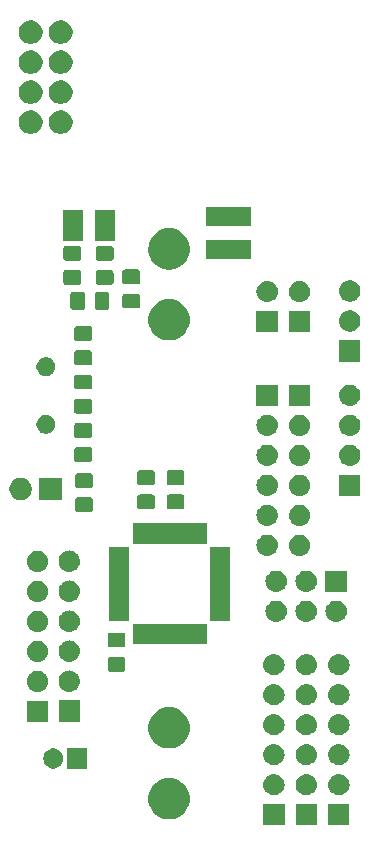
<source format=gbs>
G04 #@! TF.GenerationSoftware,KiCad,Pcbnew,5.0.2-bee76a0~70~ubuntu18.04.1*
G04 #@! TF.CreationDate,2019-01-08T13:34:53-05:00*
G04 #@! TF.ProjectId,samn_small,73616d6e-5f73-46d6-916c-6c2e6b696361,7*
G04 #@! TF.SameCoordinates,Original*
G04 #@! TF.FileFunction,Soldermask,Bot*
G04 #@! TF.FilePolarity,Negative*
%FSLAX46Y46*%
G04 Gerber Fmt 4.6, Leading zero omitted, Abs format (unit mm)*
G04 Created by KiCad (PCBNEW 5.0.2-bee76a0~70~ubuntu18.04.1) date Tue 08 Jan 2019 01:34:53 PM EST*
%MOMM*%
%LPD*%
G01*
G04 APERTURE LIST*
%ADD10C,0.100000*%
G04 APERTURE END LIST*
D10*
G36*
X64876400Y-88354200D02*
X63074400Y-88354200D01*
X63074400Y-86552200D01*
X64876400Y-86552200D01*
X64876400Y-88354200D01*
X64876400Y-88354200D01*
G37*
G36*
X62126400Y-88354200D02*
X60324400Y-88354200D01*
X60324400Y-86552200D01*
X62126400Y-86552200D01*
X62126400Y-88354200D01*
X62126400Y-88354200D01*
G37*
G36*
X59376400Y-88354200D02*
X57574400Y-88354200D01*
X57574400Y-86552200D01*
X59376400Y-86552200D01*
X59376400Y-88354200D01*
X59376400Y-88354200D01*
G37*
G36*
X49907774Y-84375916D02*
X50110748Y-84416290D01*
X50429409Y-84548284D01*
X50457021Y-84566734D01*
X50716200Y-84739912D01*
X50960088Y-84983800D01*
X50960090Y-84983803D01*
X51151716Y-85270591D01*
X51283710Y-85589252D01*
X51351000Y-85927542D01*
X51351000Y-86272458D01*
X51283710Y-86610748D01*
X51151716Y-86929409D01*
X51151715Y-86929410D01*
X50960088Y-87216200D01*
X50716200Y-87460088D01*
X50716197Y-87460090D01*
X50429409Y-87651716D01*
X50110748Y-87783710D01*
X49907774Y-87824084D01*
X49772460Y-87851000D01*
X49427540Y-87851000D01*
X49292226Y-87824084D01*
X49089252Y-87783710D01*
X48770591Y-87651716D01*
X48483803Y-87460090D01*
X48483800Y-87460088D01*
X48239912Y-87216200D01*
X48048285Y-86929410D01*
X48048284Y-86929409D01*
X47916290Y-86610748D01*
X47849000Y-86272458D01*
X47849000Y-85927542D01*
X47916290Y-85589252D01*
X48048284Y-85270591D01*
X48239910Y-84983803D01*
X48239912Y-84983800D01*
X48483800Y-84739912D01*
X48742979Y-84566734D01*
X48770591Y-84548284D01*
X49089252Y-84416290D01*
X49292226Y-84375916D01*
X49427540Y-84349000D01*
X49772460Y-84349000D01*
X49907774Y-84375916D01*
X49907774Y-84375916D01*
G37*
G36*
X64085843Y-84018719D02*
X64152027Y-84025237D01*
X64265253Y-84059584D01*
X64321867Y-84076757D01*
X64460487Y-84150852D01*
X64478391Y-84160422D01*
X64514129Y-84189752D01*
X64615586Y-84273014D01*
X64677945Y-84349000D01*
X64728178Y-84410209D01*
X64728179Y-84410211D01*
X64811843Y-84566733D01*
X64811843Y-84566734D01*
X64863363Y-84736573D01*
X64880759Y-84913200D01*
X64863363Y-85089827D01*
X64829016Y-85203053D01*
X64811843Y-85259667D01*
X64737748Y-85398287D01*
X64728178Y-85416191D01*
X64698848Y-85451929D01*
X64615586Y-85553386D01*
X64514129Y-85636648D01*
X64478391Y-85665978D01*
X64478389Y-85665979D01*
X64321867Y-85749643D01*
X64265253Y-85766816D01*
X64152027Y-85801163D01*
X64085842Y-85807682D01*
X64019660Y-85814200D01*
X63931140Y-85814200D01*
X63864958Y-85807682D01*
X63798773Y-85801163D01*
X63685547Y-85766816D01*
X63628933Y-85749643D01*
X63472411Y-85665979D01*
X63472409Y-85665978D01*
X63436671Y-85636648D01*
X63335214Y-85553386D01*
X63251952Y-85451929D01*
X63222622Y-85416191D01*
X63213052Y-85398287D01*
X63138957Y-85259667D01*
X63121784Y-85203053D01*
X63087437Y-85089827D01*
X63070041Y-84913200D01*
X63087437Y-84736573D01*
X63138957Y-84566734D01*
X63138957Y-84566733D01*
X63222621Y-84410211D01*
X63222622Y-84410209D01*
X63272855Y-84349000D01*
X63335214Y-84273014D01*
X63436671Y-84189752D01*
X63472409Y-84160422D01*
X63490313Y-84150852D01*
X63628933Y-84076757D01*
X63685547Y-84059584D01*
X63798773Y-84025237D01*
X63864957Y-84018719D01*
X63931140Y-84012200D01*
X64019660Y-84012200D01*
X64085843Y-84018719D01*
X64085843Y-84018719D01*
G37*
G36*
X61335843Y-84018719D02*
X61402027Y-84025237D01*
X61515253Y-84059584D01*
X61571867Y-84076757D01*
X61710487Y-84150852D01*
X61728391Y-84160422D01*
X61764129Y-84189752D01*
X61865586Y-84273014D01*
X61927945Y-84349000D01*
X61978178Y-84410209D01*
X61978179Y-84410211D01*
X62061843Y-84566733D01*
X62061843Y-84566734D01*
X62113363Y-84736573D01*
X62130759Y-84913200D01*
X62113363Y-85089827D01*
X62079016Y-85203053D01*
X62061843Y-85259667D01*
X61987748Y-85398287D01*
X61978178Y-85416191D01*
X61948848Y-85451929D01*
X61865586Y-85553386D01*
X61764129Y-85636648D01*
X61728391Y-85665978D01*
X61728389Y-85665979D01*
X61571867Y-85749643D01*
X61515253Y-85766816D01*
X61402027Y-85801163D01*
X61335842Y-85807682D01*
X61269660Y-85814200D01*
X61181140Y-85814200D01*
X61114958Y-85807682D01*
X61048773Y-85801163D01*
X60935547Y-85766816D01*
X60878933Y-85749643D01*
X60722411Y-85665979D01*
X60722409Y-85665978D01*
X60686671Y-85636648D01*
X60585214Y-85553386D01*
X60501952Y-85451929D01*
X60472622Y-85416191D01*
X60463052Y-85398287D01*
X60388957Y-85259667D01*
X60371784Y-85203053D01*
X60337437Y-85089827D01*
X60320041Y-84913200D01*
X60337437Y-84736573D01*
X60388957Y-84566734D01*
X60388957Y-84566733D01*
X60472621Y-84410211D01*
X60472622Y-84410209D01*
X60522855Y-84349000D01*
X60585214Y-84273014D01*
X60686671Y-84189752D01*
X60722409Y-84160422D01*
X60740313Y-84150852D01*
X60878933Y-84076757D01*
X60935547Y-84059584D01*
X61048773Y-84025237D01*
X61114957Y-84018719D01*
X61181140Y-84012200D01*
X61269660Y-84012200D01*
X61335843Y-84018719D01*
X61335843Y-84018719D01*
G37*
G36*
X58585843Y-84018719D02*
X58652027Y-84025237D01*
X58765253Y-84059584D01*
X58821867Y-84076757D01*
X58960487Y-84150852D01*
X58978391Y-84160422D01*
X59014129Y-84189752D01*
X59115586Y-84273014D01*
X59177945Y-84349000D01*
X59228178Y-84410209D01*
X59228179Y-84410211D01*
X59311843Y-84566733D01*
X59311843Y-84566734D01*
X59363363Y-84736573D01*
X59380759Y-84913200D01*
X59363363Y-85089827D01*
X59329016Y-85203053D01*
X59311843Y-85259667D01*
X59237748Y-85398287D01*
X59228178Y-85416191D01*
X59198848Y-85451929D01*
X59115586Y-85553386D01*
X59014129Y-85636648D01*
X58978391Y-85665978D01*
X58978389Y-85665979D01*
X58821867Y-85749643D01*
X58765253Y-85766816D01*
X58652027Y-85801163D01*
X58585842Y-85807682D01*
X58519660Y-85814200D01*
X58431140Y-85814200D01*
X58364958Y-85807682D01*
X58298773Y-85801163D01*
X58185547Y-85766816D01*
X58128933Y-85749643D01*
X57972411Y-85665979D01*
X57972409Y-85665978D01*
X57936671Y-85636648D01*
X57835214Y-85553386D01*
X57751952Y-85451929D01*
X57722622Y-85416191D01*
X57713052Y-85398287D01*
X57638957Y-85259667D01*
X57621784Y-85203053D01*
X57587437Y-85089827D01*
X57570041Y-84913200D01*
X57587437Y-84736573D01*
X57638957Y-84566734D01*
X57638957Y-84566733D01*
X57722621Y-84410211D01*
X57722622Y-84410209D01*
X57772855Y-84349000D01*
X57835214Y-84273014D01*
X57936671Y-84189752D01*
X57972409Y-84160422D01*
X57990313Y-84150852D01*
X58128933Y-84076757D01*
X58185547Y-84059584D01*
X58298773Y-84025237D01*
X58364957Y-84018719D01*
X58431140Y-84012200D01*
X58519660Y-84012200D01*
X58585843Y-84018719D01*
X58585843Y-84018719D01*
G37*
G36*
X42651000Y-83551000D02*
X40949000Y-83551000D01*
X40949000Y-81849000D01*
X42651000Y-81849000D01*
X42651000Y-83551000D01*
X42651000Y-83551000D01*
G37*
G36*
X40048228Y-81881703D02*
X40203100Y-81945853D01*
X40342481Y-82038985D01*
X40461015Y-82157519D01*
X40554147Y-82296900D01*
X40618297Y-82451772D01*
X40651000Y-82616184D01*
X40651000Y-82783816D01*
X40618297Y-82948228D01*
X40554147Y-83103100D01*
X40461015Y-83242481D01*
X40342481Y-83361015D01*
X40203100Y-83454147D01*
X40048228Y-83518297D01*
X39883816Y-83551000D01*
X39716184Y-83551000D01*
X39551772Y-83518297D01*
X39396900Y-83454147D01*
X39257519Y-83361015D01*
X39138985Y-83242481D01*
X39045853Y-83103100D01*
X38981703Y-82948228D01*
X38949000Y-82783816D01*
X38949000Y-82616184D01*
X38981703Y-82451772D01*
X39045853Y-82296900D01*
X39138985Y-82157519D01*
X39257519Y-82038985D01*
X39396900Y-81945853D01*
X39551772Y-81881703D01*
X39716184Y-81849000D01*
X39883816Y-81849000D01*
X40048228Y-81881703D01*
X40048228Y-81881703D01*
G37*
G36*
X61335842Y-81478718D02*
X61402027Y-81485237D01*
X61515253Y-81519584D01*
X61571867Y-81536757D01*
X61710487Y-81610852D01*
X61728391Y-81620422D01*
X61764129Y-81649752D01*
X61865586Y-81733014D01*
X61948848Y-81834471D01*
X61978178Y-81870209D01*
X61978179Y-81870211D01*
X62061843Y-82026733D01*
X62065560Y-82038986D01*
X62113363Y-82196573D01*
X62130759Y-82373200D01*
X62113363Y-82549827D01*
X62093234Y-82616184D01*
X62061843Y-82719667D01*
X62027554Y-82783816D01*
X61978178Y-82876191D01*
X61948848Y-82911929D01*
X61865586Y-83013386D01*
X61764129Y-83096648D01*
X61728391Y-83125978D01*
X61728389Y-83125979D01*
X61571867Y-83209643D01*
X61515253Y-83226816D01*
X61402027Y-83261163D01*
X61335842Y-83267682D01*
X61269660Y-83274200D01*
X61181140Y-83274200D01*
X61114958Y-83267682D01*
X61048773Y-83261163D01*
X60935547Y-83226816D01*
X60878933Y-83209643D01*
X60722411Y-83125979D01*
X60722409Y-83125978D01*
X60686671Y-83096648D01*
X60585214Y-83013386D01*
X60501952Y-82911929D01*
X60472622Y-82876191D01*
X60423246Y-82783816D01*
X60388957Y-82719667D01*
X60357566Y-82616184D01*
X60337437Y-82549827D01*
X60320041Y-82373200D01*
X60337437Y-82196573D01*
X60385240Y-82038986D01*
X60388957Y-82026733D01*
X60472621Y-81870211D01*
X60472622Y-81870209D01*
X60501952Y-81834471D01*
X60585214Y-81733014D01*
X60686671Y-81649752D01*
X60722409Y-81620422D01*
X60740313Y-81610852D01*
X60878933Y-81536757D01*
X60935547Y-81519584D01*
X61048773Y-81485237D01*
X61114958Y-81478718D01*
X61181140Y-81472200D01*
X61269660Y-81472200D01*
X61335842Y-81478718D01*
X61335842Y-81478718D01*
G37*
G36*
X64085842Y-81478718D02*
X64152027Y-81485237D01*
X64265253Y-81519584D01*
X64321867Y-81536757D01*
X64460487Y-81610852D01*
X64478391Y-81620422D01*
X64514129Y-81649752D01*
X64615586Y-81733014D01*
X64698848Y-81834471D01*
X64728178Y-81870209D01*
X64728179Y-81870211D01*
X64811843Y-82026733D01*
X64815560Y-82038986D01*
X64863363Y-82196573D01*
X64880759Y-82373200D01*
X64863363Y-82549827D01*
X64843234Y-82616184D01*
X64811843Y-82719667D01*
X64777554Y-82783816D01*
X64728178Y-82876191D01*
X64698848Y-82911929D01*
X64615586Y-83013386D01*
X64514129Y-83096648D01*
X64478391Y-83125978D01*
X64478389Y-83125979D01*
X64321867Y-83209643D01*
X64265253Y-83226816D01*
X64152027Y-83261163D01*
X64085842Y-83267682D01*
X64019660Y-83274200D01*
X63931140Y-83274200D01*
X63864958Y-83267682D01*
X63798773Y-83261163D01*
X63685547Y-83226816D01*
X63628933Y-83209643D01*
X63472411Y-83125979D01*
X63472409Y-83125978D01*
X63436671Y-83096648D01*
X63335214Y-83013386D01*
X63251952Y-82911929D01*
X63222622Y-82876191D01*
X63173246Y-82783816D01*
X63138957Y-82719667D01*
X63107566Y-82616184D01*
X63087437Y-82549827D01*
X63070041Y-82373200D01*
X63087437Y-82196573D01*
X63135240Y-82038986D01*
X63138957Y-82026733D01*
X63222621Y-81870211D01*
X63222622Y-81870209D01*
X63251952Y-81834471D01*
X63335214Y-81733014D01*
X63436671Y-81649752D01*
X63472409Y-81620422D01*
X63490313Y-81610852D01*
X63628933Y-81536757D01*
X63685547Y-81519584D01*
X63798773Y-81485237D01*
X63864958Y-81478718D01*
X63931140Y-81472200D01*
X64019660Y-81472200D01*
X64085842Y-81478718D01*
X64085842Y-81478718D01*
G37*
G36*
X58585842Y-81478718D02*
X58652027Y-81485237D01*
X58765253Y-81519584D01*
X58821867Y-81536757D01*
X58960487Y-81610852D01*
X58978391Y-81620422D01*
X59014129Y-81649752D01*
X59115586Y-81733014D01*
X59198848Y-81834471D01*
X59228178Y-81870209D01*
X59228179Y-81870211D01*
X59311843Y-82026733D01*
X59315560Y-82038986D01*
X59363363Y-82196573D01*
X59380759Y-82373200D01*
X59363363Y-82549827D01*
X59343234Y-82616184D01*
X59311843Y-82719667D01*
X59277554Y-82783816D01*
X59228178Y-82876191D01*
X59198848Y-82911929D01*
X59115586Y-83013386D01*
X59014129Y-83096648D01*
X58978391Y-83125978D01*
X58978389Y-83125979D01*
X58821867Y-83209643D01*
X58765253Y-83226816D01*
X58652027Y-83261163D01*
X58585842Y-83267682D01*
X58519660Y-83274200D01*
X58431140Y-83274200D01*
X58364958Y-83267682D01*
X58298773Y-83261163D01*
X58185547Y-83226816D01*
X58128933Y-83209643D01*
X57972411Y-83125979D01*
X57972409Y-83125978D01*
X57936671Y-83096648D01*
X57835214Y-83013386D01*
X57751952Y-82911929D01*
X57722622Y-82876191D01*
X57673246Y-82783816D01*
X57638957Y-82719667D01*
X57607566Y-82616184D01*
X57587437Y-82549827D01*
X57570041Y-82373200D01*
X57587437Y-82196573D01*
X57635240Y-82038986D01*
X57638957Y-82026733D01*
X57722621Y-81870211D01*
X57722622Y-81870209D01*
X57751952Y-81834471D01*
X57835214Y-81733014D01*
X57936671Y-81649752D01*
X57972409Y-81620422D01*
X57990313Y-81610852D01*
X58128933Y-81536757D01*
X58185547Y-81519584D01*
X58298773Y-81485237D01*
X58364958Y-81478718D01*
X58431140Y-81472200D01*
X58519660Y-81472200D01*
X58585842Y-81478718D01*
X58585842Y-81478718D01*
G37*
G36*
X49907774Y-78375916D02*
X50110748Y-78416290D01*
X50429409Y-78548284D01*
X50429410Y-78548285D01*
X50716200Y-78739912D01*
X50960088Y-78983800D01*
X50960090Y-78983803D01*
X51151716Y-79270591D01*
X51283710Y-79589252D01*
X51351000Y-79927542D01*
X51351000Y-80272458D01*
X51283710Y-80610748D01*
X51151716Y-80929409D01*
X51151715Y-80929410D01*
X50960088Y-81216200D01*
X50716200Y-81460088D01*
X50716197Y-81460090D01*
X50429409Y-81651716D01*
X50110748Y-81783710D01*
X49907774Y-81824084D01*
X49772460Y-81851000D01*
X49427540Y-81851000D01*
X49292226Y-81824084D01*
X49089252Y-81783710D01*
X48770591Y-81651716D01*
X48483803Y-81460090D01*
X48483800Y-81460088D01*
X48239912Y-81216200D01*
X48048285Y-80929410D01*
X48048284Y-80929409D01*
X47916290Y-80610748D01*
X47849000Y-80272458D01*
X47849000Y-79927542D01*
X47916290Y-79589252D01*
X48048284Y-79270591D01*
X48239910Y-78983803D01*
X48239912Y-78983800D01*
X48483800Y-78739912D01*
X48770590Y-78548285D01*
X48770591Y-78548284D01*
X49089252Y-78416290D01*
X49292226Y-78375916D01*
X49427540Y-78349000D01*
X49772460Y-78349000D01*
X49907774Y-78375916D01*
X49907774Y-78375916D01*
G37*
G36*
X61335842Y-78938718D02*
X61402027Y-78945237D01*
X61515253Y-78979584D01*
X61571867Y-78996757D01*
X61710487Y-79070852D01*
X61728391Y-79080422D01*
X61764129Y-79109752D01*
X61865586Y-79193014D01*
X61948848Y-79294471D01*
X61978178Y-79330209D01*
X61978179Y-79330211D01*
X62061843Y-79486733D01*
X62061843Y-79486734D01*
X62113363Y-79656573D01*
X62130759Y-79833200D01*
X62113363Y-80009827D01*
X62079016Y-80123053D01*
X62061843Y-80179667D01*
X62012244Y-80272458D01*
X61978178Y-80336191D01*
X61948848Y-80371929D01*
X61865586Y-80473386D01*
X61764129Y-80556648D01*
X61728391Y-80585978D01*
X61728389Y-80585979D01*
X61571867Y-80669643D01*
X61515253Y-80686816D01*
X61402027Y-80721163D01*
X61335843Y-80727681D01*
X61269660Y-80734200D01*
X61181140Y-80734200D01*
X61114957Y-80727681D01*
X61048773Y-80721163D01*
X60935547Y-80686816D01*
X60878933Y-80669643D01*
X60722411Y-80585979D01*
X60722409Y-80585978D01*
X60686671Y-80556648D01*
X60585214Y-80473386D01*
X60501952Y-80371929D01*
X60472622Y-80336191D01*
X60438556Y-80272458D01*
X60388957Y-80179667D01*
X60371784Y-80123053D01*
X60337437Y-80009827D01*
X60320041Y-79833200D01*
X60337437Y-79656573D01*
X60388957Y-79486734D01*
X60388957Y-79486733D01*
X60472621Y-79330211D01*
X60472622Y-79330209D01*
X60501952Y-79294471D01*
X60585214Y-79193014D01*
X60686671Y-79109752D01*
X60722409Y-79080422D01*
X60740313Y-79070852D01*
X60878933Y-78996757D01*
X60935547Y-78979584D01*
X61048773Y-78945237D01*
X61114958Y-78938718D01*
X61181140Y-78932200D01*
X61269660Y-78932200D01*
X61335842Y-78938718D01*
X61335842Y-78938718D01*
G37*
G36*
X64085842Y-78938718D02*
X64152027Y-78945237D01*
X64265253Y-78979584D01*
X64321867Y-78996757D01*
X64460487Y-79070852D01*
X64478391Y-79080422D01*
X64514129Y-79109752D01*
X64615586Y-79193014D01*
X64698848Y-79294471D01*
X64728178Y-79330209D01*
X64728179Y-79330211D01*
X64811843Y-79486733D01*
X64811843Y-79486734D01*
X64863363Y-79656573D01*
X64880759Y-79833200D01*
X64863363Y-80009827D01*
X64829016Y-80123053D01*
X64811843Y-80179667D01*
X64762244Y-80272458D01*
X64728178Y-80336191D01*
X64698848Y-80371929D01*
X64615586Y-80473386D01*
X64514129Y-80556648D01*
X64478391Y-80585978D01*
X64478389Y-80585979D01*
X64321867Y-80669643D01*
X64265253Y-80686816D01*
X64152027Y-80721163D01*
X64085843Y-80727681D01*
X64019660Y-80734200D01*
X63931140Y-80734200D01*
X63864957Y-80727681D01*
X63798773Y-80721163D01*
X63685547Y-80686816D01*
X63628933Y-80669643D01*
X63472411Y-80585979D01*
X63472409Y-80585978D01*
X63436671Y-80556648D01*
X63335214Y-80473386D01*
X63251952Y-80371929D01*
X63222622Y-80336191D01*
X63188556Y-80272458D01*
X63138957Y-80179667D01*
X63121784Y-80123053D01*
X63087437Y-80009827D01*
X63070041Y-79833200D01*
X63087437Y-79656573D01*
X63138957Y-79486734D01*
X63138957Y-79486733D01*
X63222621Y-79330211D01*
X63222622Y-79330209D01*
X63251952Y-79294471D01*
X63335214Y-79193014D01*
X63436671Y-79109752D01*
X63472409Y-79080422D01*
X63490313Y-79070852D01*
X63628933Y-78996757D01*
X63685547Y-78979584D01*
X63798773Y-78945237D01*
X63864958Y-78938718D01*
X63931140Y-78932200D01*
X64019660Y-78932200D01*
X64085842Y-78938718D01*
X64085842Y-78938718D01*
G37*
G36*
X58585842Y-78938718D02*
X58652027Y-78945237D01*
X58765253Y-78979584D01*
X58821867Y-78996757D01*
X58960487Y-79070852D01*
X58978391Y-79080422D01*
X59014129Y-79109752D01*
X59115586Y-79193014D01*
X59198848Y-79294471D01*
X59228178Y-79330209D01*
X59228179Y-79330211D01*
X59311843Y-79486733D01*
X59311843Y-79486734D01*
X59363363Y-79656573D01*
X59380759Y-79833200D01*
X59363363Y-80009827D01*
X59329016Y-80123053D01*
X59311843Y-80179667D01*
X59262244Y-80272458D01*
X59228178Y-80336191D01*
X59198848Y-80371929D01*
X59115586Y-80473386D01*
X59014129Y-80556648D01*
X58978391Y-80585978D01*
X58978389Y-80585979D01*
X58821867Y-80669643D01*
X58765253Y-80686816D01*
X58652027Y-80721163D01*
X58585843Y-80727681D01*
X58519660Y-80734200D01*
X58431140Y-80734200D01*
X58364957Y-80727681D01*
X58298773Y-80721163D01*
X58185547Y-80686816D01*
X58128933Y-80669643D01*
X57972411Y-80585979D01*
X57972409Y-80585978D01*
X57936671Y-80556648D01*
X57835214Y-80473386D01*
X57751952Y-80371929D01*
X57722622Y-80336191D01*
X57688556Y-80272458D01*
X57638957Y-80179667D01*
X57621784Y-80123053D01*
X57587437Y-80009827D01*
X57570041Y-79833200D01*
X57587437Y-79656573D01*
X57638957Y-79486734D01*
X57638957Y-79486733D01*
X57722621Y-79330211D01*
X57722622Y-79330209D01*
X57751952Y-79294471D01*
X57835214Y-79193014D01*
X57936671Y-79109752D01*
X57972409Y-79080422D01*
X57990313Y-79070852D01*
X58128933Y-78996757D01*
X58185547Y-78979584D01*
X58298773Y-78945237D01*
X58364958Y-78938718D01*
X58431140Y-78932200D01*
X58519660Y-78932200D01*
X58585842Y-78938718D01*
X58585842Y-78938718D01*
G37*
G36*
X39364000Y-79601000D02*
X37562000Y-79601000D01*
X37562000Y-77799000D01*
X39364000Y-77799000D01*
X39364000Y-79601000D01*
X39364000Y-79601000D01*
G37*
G36*
X42051000Y-79588000D02*
X40249000Y-79588000D01*
X40249000Y-77786000D01*
X42051000Y-77786000D01*
X42051000Y-79588000D01*
X42051000Y-79588000D01*
G37*
G36*
X61335842Y-76398718D02*
X61402027Y-76405237D01*
X61515253Y-76439584D01*
X61571867Y-76456757D01*
X61664866Y-76506467D01*
X61728391Y-76540422D01*
X61764129Y-76569752D01*
X61865586Y-76653014D01*
X61948848Y-76754471D01*
X61978178Y-76790209D01*
X61978179Y-76790211D01*
X62061843Y-76946733D01*
X62061843Y-76946734D01*
X62113363Y-77116573D01*
X62130759Y-77293200D01*
X62113363Y-77469827D01*
X62079016Y-77583053D01*
X62061843Y-77639667D01*
X61987748Y-77778287D01*
X61978178Y-77796191D01*
X61948848Y-77831929D01*
X61865586Y-77933386D01*
X61764129Y-78016648D01*
X61728391Y-78045978D01*
X61728389Y-78045979D01*
X61571867Y-78129643D01*
X61515253Y-78146816D01*
X61402027Y-78181163D01*
X61335843Y-78187681D01*
X61269660Y-78194200D01*
X61181140Y-78194200D01*
X61114957Y-78187681D01*
X61048773Y-78181163D01*
X60935547Y-78146816D01*
X60878933Y-78129643D01*
X60722411Y-78045979D01*
X60722409Y-78045978D01*
X60686671Y-78016648D01*
X60585214Y-77933386D01*
X60501952Y-77831929D01*
X60472622Y-77796191D01*
X60463052Y-77778287D01*
X60388957Y-77639667D01*
X60371784Y-77583053D01*
X60337437Y-77469827D01*
X60320041Y-77293200D01*
X60337437Y-77116573D01*
X60388957Y-76946734D01*
X60388957Y-76946733D01*
X60472621Y-76790211D01*
X60472622Y-76790209D01*
X60501952Y-76754471D01*
X60585214Y-76653014D01*
X60686671Y-76569752D01*
X60722409Y-76540422D01*
X60785934Y-76506467D01*
X60878933Y-76456757D01*
X60935547Y-76439584D01*
X61048773Y-76405237D01*
X61114958Y-76398718D01*
X61181140Y-76392200D01*
X61269660Y-76392200D01*
X61335842Y-76398718D01*
X61335842Y-76398718D01*
G37*
G36*
X64085842Y-76398718D02*
X64152027Y-76405237D01*
X64265253Y-76439584D01*
X64321867Y-76456757D01*
X64414866Y-76506467D01*
X64478391Y-76540422D01*
X64514129Y-76569752D01*
X64615586Y-76653014D01*
X64698848Y-76754471D01*
X64728178Y-76790209D01*
X64728179Y-76790211D01*
X64811843Y-76946733D01*
X64811843Y-76946734D01*
X64863363Y-77116573D01*
X64880759Y-77293200D01*
X64863363Y-77469827D01*
X64829016Y-77583053D01*
X64811843Y-77639667D01*
X64737748Y-77778287D01*
X64728178Y-77796191D01*
X64698848Y-77831929D01*
X64615586Y-77933386D01*
X64514129Y-78016648D01*
X64478391Y-78045978D01*
X64478389Y-78045979D01*
X64321867Y-78129643D01*
X64265253Y-78146816D01*
X64152027Y-78181163D01*
X64085843Y-78187681D01*
X64019660Y-78194200D01*
X63931140Y-78194200D01*
X63864957Y-78187681D01*
X63798773Y-78181163D01*
X63685547Y-78146816D01*
X63628933Y-78129643D01*
X63472411Y-78045979D01*
X63472409Y-78045978D01*
X63436671Y-78016648D01*
X63335214Y-77933386D01*
X63251952Y-77831929D01*
X63222622Y-77796191D01*
X63213052Y-77778287D01*
X63138957Y-77639667D01*
X63121784Y-77583053D01*
X63087437Y-77469827D01*
X63070041Y-77293200D01*
X63087437Y-77116573D01*
X63138957Y-76946734D01*
X63138957Y-76946733D01*
X63222621Y-76790211D01*
X63222622Y-76790209D01*
X63251952Y-76754471D01*
X63335214Y-76653014D01*
X63436671Y-76569752D01*
X63472409Y-76540422D01*
X63535934Y-76506467D01*
X63628933Y-76456757D01*
X63685547Y-76439584D01*
X63798773Y-76405237D01*
X63864958Y-76398718D01*
X63931140Y-76392200D01*
X64019660Y-76392200D01*
X64085842Y-76398718D01*
X64085842Y-76398718D01*
G37*
G36*
X58585842Y-76398718D02*
X58652027Y-76405237D01*
X58765253Y-76439584D01*
X58821867Y-76456757D01*
X58914866Y-76506467D01*
X58978391Y-76540422D01*
X59014129Y-76569752D01*
X59115586Y-76653014D01*
X59198848Y-76754471D01*
X59228178Y-76790209D01*
X59228179Y-76790211D01*
X59311843Y-76946733D01*
X59311843Y-76946734D01*
X59363363Y-77116573D01*
X59380759Y-77293200D01*
X59363363Y-77469827D01*
X59329016Y-77583053D01*
X59311843Y-77639667D01*
X59237748Y-77778287D01*
X59228178Y-77796191D01*
X59198848Y-77831929D01*
X59115586Y-77933386D01*
X59014129Y-78016648D01*
X58978391Y-78045978D01*
X58978389Y-78045979D01*
X58821867Y-78129643D01*
X58765253Y-78146816D01*
X58652027Y-78181163D01*
X58585843Y-78187681D01*
X58519660Y-78194200D01*
X58431140Y-78194200D01*
X58364957Y-78187681D01*
X58298773Y-78181163D01*
X58185547Y-78146816D01*
X58128933Y-78129643D01*
X57972411Y-78045979D01*
X57972409Y-78045978D01*
X57936671Y-78016648D01*
X57835214Y-77933386D01*
X57751952Y-77831929D01*
X57722622Y-77796191D01*
X57713052Y-77778287D01*
X57638957Y-77639667D01*
X57621784Y-77583053D01*
X57587437Y-77469827D01*
X57570041Y-77293200D01*
X57587437Y-77116573D01*
X57638957Y-76946734D01*
X57638957Y-76946733D01*
X57722621Y-76790211D01*
X57722622Y-76790209D01*
X57751952Y-76754471D01*
X57835214Y-76653014D01*
X57936671Y-76569752D01*
X57972409Y-76540422D01*
X58035934Y-76506467D01*
X58128933Y-76456757D01*
X58185547Y-76439584D01*
X58298773Y-76405237D01*
X58364958Y-76398718D01*
X58431140Y-76392200D01*
X58519660Y-76392200D01*
X58585842Y-76398718D01*
X58585842Y-76398718D01*
G37*
G36*
X38573442Y-75265518D02*
X38639627Y-75272037D01*
X38752853Y-75306384D01*
X38809467Y-75323557D01*
X38860808Y-75351000D01*
X38965991Y-75407222D01*
X39001729Y-75436552D01*
X39103186Y-75519814D01*
X39160492Y-75589643D01*
X39215778Y-75657009D01*
X39215779Y-75657011D01*
X39299443Y-75813533D01*
X39299443Y-75813534D01*
X39350963Y-75983373D01*
X39368359Y-76160000D01*
X39350963Y-76336627D01*
X39334105Y-76392200D01*
X39299443Y-76506467D01*
X39281294Y-76540421D01*
X39215778Y-76662991D01*
X39186448Y-76698729D01*
X39103186Y-76800186D01*
X39001729Y-76883448D01*
X38965991Y-76912778D01*
X38965989Y-76912779D01*
X38809467Y-76996443D01*
X38752853Y-77013616D01*
X38639627Y-77047963D01*
X38573443Y-77054481D01*
X38507260Y-77061000D01*
X38418740Y-77061000D01*
X38352557Y-77054481D01*
X38286373Y-77047963D01*
X38173147Y-77013616D01*
X38116533Y-76996443D01*
X37960011Y-76912779D01*
X37960009Y-76912778D01*
X37924271Y-76883448D01*
X37822814Y-76800186D01*
X37739552Y-76698729D01*
X37710222Y-76662991D01*
X37644706Y-76540421D01*
X37626557Y-76506467D01*
X37591895Y-76392200D01*
X37575037Y-76336627D01*
X37557641Y-76160000D01*
X37575037Y-75983373D01*
X37626557Y-75813534D01*
X37626557Y-75813533D01*
X37710221Y-75657011D01*
X37710222Y-75657009D01*
X37765508Y-75589643D01*
X37822814Y-75519814D01*
X37924271Y-75436552D01*
X37960009Y-75407222D01*
X38065192Y-75351000D01*
X38116533Y-75323557D01*
X38173147Y-75306384D01*
X38286373Y-75272037D01*
X38352558Y-75265518D01*
X38418740Y-75259000D01*
X38507260Y-75259000D01*
X38573442Y-75265518D01*
X38573442Y-75265518D01*
G37*
G36*
X41260442Y-75252518D02*
X41326627Y-75259037D01*
X41439853Y-75293384D01*
X41496467Y-75310557D01*
X41563776Y-75346535D01*
X41652991Y-75394222D01*
X41668830Y-75407221D01*
X41790186Y-75506814D01*
X41858161Y-75589643D01*
X41902778Y-75644009D01*
X41902779Y-75644011D01*
X41986443Y-75800533D01*
X42003616Y-75857147D01*
X42037963Y-75970373D01*
X42055359Y-76147000D01*
X42037963Y-76323627D01*
X42013207Y-76405237D01*
X41986443Y-76493467D01*
X41912348Y-76632087D01*
X41902778Y-76649991D01*
X41892109Y-76662991D01*
X41790186Y-76787186D01*
X41688729Y-76870448D01*
X41652991Y-76899778D01*
X41652989Y-76899779D01*
X41496467Y-76983443D01*
X41453611Y-76996443D01*
X41326627Y-77034963D01*
X41260443Y-77041481D01*
X41194260Y-77048000D01*
X41105740Y-77048000D01*
X41039557Y-77041481D01*
X40973373Y-77034963D01*
X40846389Y-76996443D01*
X40803533Y-76983443D01*
X40647011Y-76899779D01*
X40647009Y-76899778D01*
X40611271Y-76870448D01*
X40509814Y-76787186D01*
X40407891Y-76662991D01*
X40397222Y-76649991D01*
X40387652Y-76632087D01*
X40313557Y-76493467D01*
X40286793Y-76405237D01*
X40262037Y-76323627D01*
X40244641Y-76147000D01*
X40262037Y-75970373D01*
X40296384Y-75857147D01*
X40313557Y-75800533D01*
X40397221Y-75644011D01*
X40397222Y-75644009D01*
X40441839Y-75589643D01*
X40509814Y-75506814D01*
X40631170Y-75407221D01*
X40647009Y-75394222D01*
X40736224Y-75346535D01*
X40803533Y-75310557D01*
X40860147Y-75293384D01*
X40973373Y-75259037D01*
X41039558Y-75252518D01*
X41105740Y-75246000D01*
X41194260Y-75246000D01*
X41260442Y-75252518D01*
X41260442Y-75252518D01*
G37*
G36*
X64085843Y-73858719D02*
X64152027Y-73865237D01*
X64265253Y-73899584D01*
X64321867Y-73916757D01*
X64414866Y-73966467D01*
X64478391Y-74000422D01*
X64514129Y-74029752D01*
X64615586Y-74113014D01*
X64698848Y-74214471D01*
X64728178Y-74250209D01*
X64728179Y-74250211D01*
X64811843Y-74406733D01*
X64811843Y-74406734D01*
X64863363Y-74576573D01*
X64880759Y-74753200D01*
X64863363Y-74929827D01*
X64829016Y-75043053D01*
X64811843Y-75099667D01*
X64794600Y-75131925D01*
X64728178Y-75256191D01*
X64715793Y-75271282D01*
X64615586Y-75393386D01*
X64514129Y-75476648D01*
X64478391Y-75505978D01*
X64478389Y-75505979D01*
X64321867Y-75589643D01*
X64265253Y-75606816D01*
X64152027Y-75641163D01*
X64085842Y-75647682D01*
X64019660Y-75654200D01*
X63931140Y-75654200D01*
X63864958Y-75647682D01*
X63798773Y-75641163D01*
X63685547Y-75606816D01*
X63628933Y-75589643D01*
X63472411Y-75505979D01*
X63472409Y-75505978D01*
X63436671Y-75476648D01*
X63335214Y-75393386D01*
X63235007Y-75271282D01*
X63222622Y-75256191D01*
X63156200Y-75131925D01*
X63138957Y-75099667D01*
X63121784Y-75043053D01*
X63087437Y-74929827D01*
X63070041Y-74753200D01*
X63087437Y-74576573D01*
X63138957Y-74406734D01*
X63138957Y-74406733D01*
X63222621Y-74250211D01*
X63222622Y-74250209D01*
X63251952Y-74214471D01*
X63335214Y-74113014D01*
X63436671Y-74029752D01*
X63472409Y-74000422D01*
X63535934Y-73966467D01*
X63628933Y-73916757D01*
X63685547Y-73899584D01*
X63798773Y-73865237D01*
X63864957Y-73858719D01*
X63931140Y-73852200D01*
X64019660Y-73852200D01*
X64085843Y-73858719D01*
X64085843Y-73858719D01*
G37*
G36*
X61335843Y-73858719D02*
X61402027Y-73865237D01*
X61515253Y-73899584D01*
X61571867Y-73916757D01*
X61664866Y-73966467D01*
X61728391Y-74000422D01*
X61764129Y-74029752D01*
X61865586Y-74113014D01*
X61948848Y-74214471D01*
X61978178Y-74250209D01*
X61978179Y-74250211D01*
X62061843Y-74406733D01*
X62061843Y-74406734D01*
X62113363Y-74576573D01*
X62130759Y-74753200D01*
X62113363Y-74929827D01*
X62079016Y-75043053D01*
X62061843Y-75099667D01*
X62044600Y-75131925D01*
X61978178Y-75256191D01*
X61965793Y-75271282D01*
X61865586Y-75393386D01*
X61764129Y-75476648D01*
X61728391Y-75505978D01*
X61728389Y-75505979D01*
X61571867Y-75589643D01*
X61515253Y-75606816D01*
X61402027Y-75641163D01*
X61335842Y-75647682D01*
X61269660Y-75654200D01*
X61181140Y-75654200D01*
X61114958Y-75647682D01*
X61048773Y-75641163D01*
X60935547Y-75606816D01*
X60878933Y-75589643D01*
X60722411Y-75505979D01*
X60722409Y-75505978D01*
X60686671Y-75476648D01*
X60585214Y-75393386D01*
X60485007Y-75271282D01*
X60472622Y-75256191D01*
X60406200Y-75131925D01*
X60388957Y-75099667D01*
X60371784Y-75043053D01*
X60337437Y-74929827D01*
X60320041Y-74753200D01*
X60337437Y-74576573D01*
X60388957Y-74406734D01*
X60388957Y-74406733D01*
X60472621Y-74250211D01*
X60472622Y-74250209D01*
X60501952Y-74214471D01*
X60585214Y-74113014D01*
X60686671Y-74029752D01*
X60722409Y-74000422D01*
X60785934Y-73966467D01*
X60878933Y-73916757D01*
X60935547Y-73899584D01*
X61048773Y-73865237D01*
X61114957Y-73858719D01*
X61181140Y-73852200D01*
X61269660Y-73852200D01*
X61335843Y-73858719D01*
X61335843Y-73858719D01*
G37*
G36*
X58585843Y-73858719D02*
X58652027Y-73865237D01*
X58765253Y-73899584D01*
X58821867Y-73916757D01*
X58914866Y-73966467D01*
X58978391Y-74000422D01*
X59014129Y-74029752D01*
X59115586Y-74113014D01*
X59198848Y-74214471D01*
X59228178Y-74250209D01*
X59228179Y-74250211D01*
X59311843Y-74406733D01*
X59311843Y-74406734D01*
X59363363Y-74576573D01*
X59380759Y-74753200D01*
X59363363Y-74929827D01*
X59329016Y-75043053D01*
X59311843Y-75099667D01*
X59294600Y-75131925D01*
X59228178Y-75256191D01*
X59215793Y-75271282D01*
X59115586Y-75393386D01*
X59014129Y-75476648D01*
X58978391Y-75505978D01*
X58978389Y-75505979D01*
X58821867Y-75589643D01*
X58765253Y-75606816D01*
X58652027Y-75641163D01*
X58585842Y-75647682D01*
X58519660Y-75654200D01*
X58431140Y-75654200D01*
X58364958Y-75647682D01*
X58298773Y-75641163D01*
X58185547Y-75606816D01*
X58128933Y-75589643D01*
X57972411Y-75505979D01*
X57972409Y-75505978D01*
X57936671Y-75476648D01*
X57835214Y-75393386D01*
X57735007Y-75271282D01*
X57722622Y-75256191D01*
X57656200Y-75131925D01*
X57638957Y-75099667D01*
X57621784Y-75043053D01*
X57587437Y-74929827D01*
X57570041Y-74753200D01*
X57587437Y-74576573D01*
X57638957Y-74406734D01*
X57638957Y-74406733D01*
X57722621Y-74250211D01*
X57722622Y-74250209D01*
X57751952Y-74214471D01*
X57835214Y-74113014D01*
X57936671Y-74029752D01*
X57972409Y-74000422D01*
X58035934Y-73966467D01*
X58128933Y-73916757D01*
X58185547Y-73899584D01*
X58298773Y-73865237D01*
X58364957Y-73858719D01*
X58431140Y-73852200D01*
X58519660Y-73852200D01*
X58585843Y-73858719D01*
X58585843Y-73858719D01*
G37*
G36*
X45738677Y-74103465D02*
X45776364Y-74114898D01*
X45811103Y-74133466D01*
X45841548Y-74158452D01*
X45866534Y-74188897D01*
X45885102Y-74223636D01*
X45896535Y-74261323D01*
X45901000Y-74306661D01*
X45901000Y-75143339D01*
X45896535Y-75188677D01*
X45885102Y-75226364D01*
X45866534Y-75261103D01*
X45841548Y-75291548D01*
X45811103Y-75316534D01*
X45776364Y-75335102D01*
X45738677Y-75346535D01*
X45693339Y-75351000D01*
X44606661Y-75351000D01*
X44561323Y-75346535D01*
X44523636Y-75335102D01*
X44488897Y-75316534D01*
X44458452Y-75291548D01*
X44433466Y-75261103D01*
X44414898Y-75226364D01*
X44403465Y-75188677D01*
X44399000Y-75143339D01*
X44399000Y-74306661D01*
X44403465Y-74261323D01*
X44414898Y-74223636D01*
X44433466Y-74188897D01*
X44458452Y-74158452D01*
X44488897Y-74133466D01*
X44523636Y-74114898D01*
X44561323Y-74103465D01*
X44606661Y-74099000D01*
X45693339Y-74099000D01*
X45738677Y-74103465D01*
X45738677Y-74103465D01*
G37*
G36*
X38573443Y-72725519D02*
X38639627Y-72732037D01*
X38752853Y-72766384D01*
X38809467Y-72783557D01*
X38941668Y-72854221D01*
X38965991Y-72867222D01*
X39001729Y-72896552D01*
X39103186Y-72979814D01*
X39186448Y-73081271D01*
X39215778Y-73117009D01*
X39215779Y-73117011D01*
X39299443Y-73273533D01*
X39299443Y-73273534D01*
X39350963Y-73443373D01*
X39368359Y-73620000D01*
X39350963Y-73796627D01*
X39334105Y-73852200D01*
X39299443Y-73966467D01*
X39281294Y-74000421D01*
X39215778Y-74122991D01*
X39207181Y-74133466D01*
X39103186Y-74260186D01*
X39001729Y-74343448D01*
X38965991Y-74372778D01*
X38965989Y-74372779D01*
X38809467Y-74456443D01*
X38752853Y-74473616D01*
X38639627Y-74507963D01*
X38573442Y-74514482D01*
X38507260Y-74521000D01*
X38418740Y-74521000D01*
X38352558Y-74514482D01*
X38286373Y-74507963D01*
X38173147Y-74473616D01*
X38116533Y-74456443D01*
X37960011Y-74372779D01*
X37960009Y-74372778D01*
X37924271Y-74343448D01*
X37822814Y-74260186D01*
X37718819Y-74133466D01*
X37710222Y-74122991D01*
X37644706Y-74000421D01*
X37626557Y-73966467D01*
X37591895Y-73852200D01*
X37575037Y-73796627D01*
X37557641Y-73620000D01*
X37575037Y-73443373D01*
X37626557Y-73273534D01*
X37626557Y-73273533D01*
X37710221Y-73117011D01*
X37710222Y-73117009D01*
X37739552Y-73081271D01*
X37822814Y-72979814D01*
X37924271Y-72896552D01*
X37960009Y-72867222D01*
X37984332Y-72854221D01*
X38116533Y-72783557D01*
X38173147Y-72766384D01*
X38286373Y-72732037D01*
X38352557Y-72725519D01*
X38418740Y-72719000D01*
X38507260Y-72719000D01*
X38573443Y-72725519D01*
X38573443Y-72725519D01*
G37*
G36*
X41260443Y-72712519D02*
X41326627Y-72719037D01*
X41439853Y-72753384D01*
X41496467Y-72770557D01*
X41635087Y-72844652D01*
X41652991Y-72854222D01*
X41668830Y-72867221D01*
X41790186Y-72966814D01*
X41873448Y-73068271D01*
X41902778Y-73104009D01*
X41902779Y-73104011D01*
X41986443Y-73260533D01*
X41993896Y-73285102D01*
X42037963Y-73430373D01*
X42055359Y-73607000D01*
X42037963Y-73783627D01*
X42013207Y-73865237D01*
X41986443Y-73953467D01*
X41912348Y-74092087D01*
X41902778Y-74109991D01*
X41892109Y-74122991D01*
X41790186Y-74247186D01*
X41717714Y-74306661D01*
X41652991Y-74359778D01*
X41652989Y-74359779D01*
X41496467Y-74443443D01*
X41453611Y-74456443D01*
X41326627Y-74494963D01*
X41260443Y-74501481D01*
X41194260Y-74508000D01*
X41105740Y-74508000D01*
X41039557Y-74501481D01*
X40973373Y-74494963D01*
X40846389Y-74456443D01*
X40803533Y-74443443D01*
X40647011Y-74359779D01*
X40647009Y-74359778D01*
X40582286Y-74306661D01*
X40509814Y-74247186D01*
X40407891Y-74122991D01*
X40397222Y-74109991D01*
X40387652Y-74092087D01*
X40313557Y-73953467D01*
X40286793Y-73865237D01*
X40262037Y-73783627D01*
X40244641Y-73607000D01*
X40262037Y-73430373D01*
X40306104Y-73285102D01*
X40313557Y-73260533D01*
X40397221Y-73104011D01*
X40397222Y-73104009D01*
X40426552Y-73068271D01*
X40509814Y-72966814D01*
X40631170Y-72867221D01*
X40647009Y-72854222D01*
X40664913Y-72844652D01*
X40803533Y-72770557D01*
X40860147Y-72753384D01*
X40973373Y-72719037D01*
X41039557Y-72712519D01*
X41105740Y-72706000D01*
X41194260Y-72706000D01*
X41260443Y-72712519D01*
X41260443Y-72712519D01*
G37*
G36*
X45738677Y-72053465D02*
X45776364Y-72064898D01*
X45811103Y-72083466D01*
X45841548Y-72108452D01*
X45866534Y-72138897D01*
X45885102Y-72173636D01*
X45896535Y-72211323D01*
X45901000Y-72256661D01*
X45901000Y-73093339D01*
X45896535Y-73138677D01*
X45885102Y-73176364D01*
X45866534Y-73211103D01*
X45841548Y-73241548D01*
X45811103Y-73266534D01*
X45776364Y-73285102D01*
X45738677Y-73296535D01*
X45693339Y-73301000D01*
X44606661Y-73301000D01*
X44561323Y-73296535D01*
X44523636Y-73285102D01*
X44488897Y-73266534D01*
X44458452Y-73241548D01*
X44433466Y-73211103D01*
X44414898Y-73176364D01*
X44403465Y-73138677D01*
X44399000Y-73093339D01*
X44399000Y-72256661D01*
X44403465Y-72211323D01*
X44414898Y-72173636D01*
X44433466Y-72138897D01*
X44458452Y-72108452D01*
X44488897Y-72083466D01*
X44523636Y-72064898D01*
X44561323Y-72053465D01*
X44606661Y-72049000D01*
X45693339Y-72049000D01*
X45738677Y-72053465D01*
X45738677Y-72053465D01*
G37*
G36*
X52776000Y-73001000D02*
X46524000Y-73001000D01*
X46524000Y-71299000D01*
X52776000Y-71299000D01*
X52776000Y-73001000D01*
X52776000Y-73001000D01*
G37*
G36*
X38573442Y-70185518D02*
X38639627Y-70192037D01*
X38751588Y-70226000D01*
X38809467Y-70243557D01*
X38941668Y-70314221D01*
X38965991Y-70327222D01*
X39001729Y-70356552D01*
X39103186Y-70439814D01*
X39186448Y-70541271D01*
X39215778Y-70577009D01*
X39215779Y-70577011D01*
X39299443Y-70733533D01*
X39299443Y-70733534D01*
X39350963Y-70903373D01*
X39368359Y-71080000D01*
X39350963Y-71256627D01*
X39338109Y-71299000D01*
X39299443Y-71426467D01*
X39225348Y-71565087D01*
X39215778Y-71582991D01*
X39186448Y-71618729D01*
X39103186Y-71720186D01*
X39001729Y-71803448D01*
X38965991Y-71832778D01*
X38965989Y-71832779D01*
X38809467Y-71916443D01*
X38752853Y-71933616D01*
X38639627Y-71967963D01*
X38573442Y-71974482D01*
X38507260Y-71981000D01*
X38418740Y-71981000D01*
X38352558Y-71974482D01*
X38286373Y-71967963D01*
X38173147Y-71933616D01*
X38116533Y-71916443D01*
X37960011Y-71832779D01*
X37960009Y-71832778D01*
X37924271Y-71803448D01*
X37822814Y-71720186D01*
X37739552Y-71618729D01*
X37710222Y-71582991D01*
X37700652Y-71565087D01*
X37626557Y-71426467D01*
X37587891Y-71299000D01*
X37575037Y-71256627D01*
X37557641Y-71080000D01*
X37575037Y-70903373D01*
X37626557Y-70733534D01*
X37626557Y-70733533D01*
X37710221Y-70577011D01*
X37710222Y-70577009D01*
X37739552Y-70541271D01*
X37822814Y-70439814D01*
X37924271Y-70356552D01*
X37960009Y-70327222D01*
X37984332Y-70314221D01*
X38116533Y-70243557D01*
X38174412Y-70226000D01*
X38286373Y-70192037D01*
X38352558Y-70185518D01*
X38418740Y-70179000D01*
X38507260Y-70179000D01*
X38573442Y-70185518D01*
X38573442Y-70185518D01*
G37*
G36*
X41260443Y-70172519D02*
X41326627Y-70179037D01*
X41439853Y-70213384D01*
X41496467Y-70230557D01*
X41635087Y-70304652D01*
X41652991Y-70314222D01*
X41668830Y-70327221D01*
X41790186Y-70426814D01*
X41873448Y-70528271D01*
X41902778Y-70564009D01*
X41902779Y-70564011D01*
X41986443Y-70720533D01*
X41993255Y-70742989D01*
X42037963Y-70890373D01*
X42055359Y-71067000D01*
X42037963Y-71243627D01*
X42021166Y-71299000D01*
X41986443Y-71413467D01*
X41979494Y-71426467D01*
X41902778Y-71569991D01*
X41892109Y-71582991D01*
X41790186Y-71707186D01*
X41688729Y-71790448D01*
X41652991Y-71819778D01*
X41652989Y-71819779D01*
X41496467Y-71903443D01*
X41453611Y-71916443D01*
X41326627Y-71954963D01*
X41260442Y-71961482D01*
X41194260Y-71968000D01*
X41105740Y-71968000D01*
X41039558Y-71961482D01*
X40973373Y-71954963D01*
X40846389Y-71916443D01*
X40803533Y-71903443D01*
X40647011Y-71819779D01*
X40647009Y-71819778D01*
X40611271Y-71790448D01*
X40509814Y-71707186D01*
X40407891Y-71582991D01*
X40397222Y-71569991D01*
X40320506Y-71426467D01*
X40313557Y-71413467D01*
X40278834Y-71299000D01*
X40262037Y-71243627D01*
X40244641Y-71067000D01*
X40262037Y-70890373D01*
X40306745Y-70742989D01*
X40313557Y-70720533D01*
X40397221Y-70564011D01*
X40397222Y-70564009D01*
X40426552Y-70528271D01*
X40509814Y-70426814D01*
X40631170Y-70327221D01*
X40647009Y-70314222D01*
X40664913Y-70304652D01*
X40803533Y-70230557D01*
X40860147Y-70213384D01*
X40973373Y-70179037D01*
X41039557Y-70172519D01*
X41105740Y-70166000D01*
X41194260Y-70166000D01*
X41260443Y-70172519D01*
X41260443Y-70172519D01*
G37*
G36*
X63856443Y-69345519D02*
X63922627Y-69352037D01*
X64035853Y-69386384D01*
X64092467Y-69403557D01*
X64231087Y-69477652D01*
X64248991Y-69487222D01*
X64284729Y-69516552D01*
X64386186Y-69599814D01*
X64469448Y-69701271D01*
X64498778Y-69737009D01*
X64498779Y-69737011D01*
X64582443Y-69893533D01*
X64582443Y-69893534D01*
X64633963Y-70063373D01*
X64651359Y-70240000D01*
X64633963Y-70416627D01*
X64626929Y-70439814D01*
X64582443Y-70586467D01*
X64510782Y-70720533D01*
X64498778Y-70742991D01*
X64469448Y-70778729D01*
X64386186Y-70880186D01*
X64284729Y-70963448D01*
X64248991Y-70992778D01*
X64248989Y-70992779D01*
X64092467Y-71076443D01*
X64035853Y-71093616D01*
X63922627Y-71127963D01*
X63856442Y-71134482D01*
X63790260Y-71141000D01*
X63701740Y-71141000D01*
X63635558Y-71134482D01*
X63569373Y-71127963D01*
X63456147Y-71093616D01*
X63399533Y-71076443D01*
X63243011Y-70992779D01*
X63243009Y-70992778D01*
X63207271Y-70963448D01*
X63105814Y-70880186D01*
X63022552Y-70778729D01*
X62993222Y-70742991D01*
X62981218Y-70720533D01*
X62909557Y-70586467D01*
X62865071Y-70439814D01*
X62858037Y-70416627D01*
X62840641Y-70240000D01*
X62858037Y-70063373D01*
X62909557Y-69893534D01*
X62909557Y-69893533D01*
X62993221Y-69737011D01*
X62993222Y-69737009D01*
X63022552Y-69701271D01*
X63105814Y-69599814D01*
X63207271Y-69516552D01*
X63243009Y-69487222D01*
X63260913Y-69477652D01*
X63399533Y-69403557D01*
X63456147Y-69386384D01*
X63569373Y-69352037D01*
X63635557Y-69345519D01*
X63701740Y-69339000D01*
X63790260Y-69339000D01*
X63856443Y-69345519D01*
X63856443Y-69345519D01*
G37*
G36*
X61316443Y-69345519D02*
X61382627Y-69352037D01*
X61495853Y-69386384D01*
X61552467Y-69403557D01*
X61691087Y-69477652D01*
X61708991Y-69487222D01*
X61744729Y-69516552D01*
X61846186Y-69599814D01*
X61929448Y-69701271D01*
X61958778Y-69737009D01*
X61958779Y-69737011D01*
X62042443Y-69893533D01*
X62042443Y-69893534D01*
X62093963Y-70063373D01*
X62111359Y-70240000D01*
X62093963Y-70416627D01*
X62086929Y-70439814D01*
X62042443Y-70586467D01*
X61970782Y-70720533D01*
X61958778Y-70742991D01*
X61929448Y-70778729D01*
X61846186Y-70880186D01*
X61744729Y-70963448D01*
X61708991Y-70992778D01*
X61708989Y-70992779D01*
X61552467Y-71076443D01*
X61495853Y-71093616D01*
X61382627Y-71127963D01*
X61316442Y-71134482D01*
X61250260Y-71141000D01*
X61161740Y-71141000D01*
X61095558Y-71134482D01*
X61029373Y-71127963D01*
X60916147Y-71093616D01*
X60859533Y-71076443D01*
X60703011Y-70992779D01*
X60703009Y-70992778D01*
X60667271Y-70963448D01*
X60565814Y-70880186D01*
X60482552Y-70778729D01*
X60453222Y-70742991D01*
X60441218Y-70720533D01*
X60369557Y-70586467D01*
X60325071Y-70439814D01*
X60318037Y-70416627D01*
X60300641Y-70240000D01*
X60318037Y-70063373D01*
X60369557Y-69893534D01*
X60369557Y-69893533D01*
X60453221Y-69737011D01*
X60453222Y-69737009D01*
X60482552Y-69701271D01*
X60565814Y-69599814D01*
X60667271Y-69516552D01*
X60703009Y-69487222D01*
X60720913Y-69477652D01*
X60859533Y-69403557D01*
X60916147Y-69386384D01*
X61029373Y-69352037D01*
X61095557Y-69345519D01*
X61161740Y-69339000D01*
X61250260Y-69339000D01*
X61316443Y-69345519D01*
X61316443Y-69345519D01*
G37*
G36*
X58776443Y-69345519D02*
X58842627Y-69352037D01*
X58955853Y-69386384D01*
X59012467Y-69403557D01*
X59151087Y-69477652D01*
X59168991Y-69487222D01*
X59204729Y-69516552D01*
X59306186Y-69599814D01*
X59389448Y-69701271D01*
X59418778Y-69737009D01*
X59418779Y-69737011D01*
X59502443Y-69893533D01*
X59502443Y-69893534D01*
X59553963Y-70063373D01*
X59571359Y-70240000D01*
X59553963Y-70416627D01*
X59546929Y-70439814D01*
X59502443Y-70586467D01*
X59430782Y-70720533D01*
X59418778Y-70742991D01*
X59389448Y-70778729D01*
X59306186Y-70880186D01*
X59204729Y-70963448D01*
X59168991Y-70992778D01*
X59168989Y-70992779D01*
X59012467Y-71076443D01*
X58955853Y-71093616D01*
X58842627Y-71127963D01*
X58776442Y-71134482D01*
X58710260Y-71141000D01*
X58621740Y-71141000D01*
X58555558Y-71134482D01*
X58489373Y-71127963D01*
X58376147Y-71093616D01*
X58319533Y-71076443D01*
X58163011Y-70992779D01*
X58163009Y-70992778D01*
X58127271Y-70963448D01*
X58025814Y-70880186D01*
X57942552Y-70778729D01*
X57913222Y-70742991D01*
X57901218Y-70720533D01*
X57829557Y-70586467D01*
X57785071Y-70439814D01*
X57778037Y-70416627D01*
X57760641Y-70240000D01*
X57778037Y-70063373D01*
X57829557Y-69893534D01*
X57829557Y-69893533D01*
X57913221Y-69737011D01*
X57913222Y-69737009D01*
X57942552Y-69701271D01*
X58025814Y-69599814D01*
X58127271Y-69516552D01*
X58163009Y-69487222D01*
X58180913Y-69477652D01*
X58319533Y-69403557D01*
X58376147Y-69386384D01*
X58489373Y-69352037D01*
X58555557Y-69345519D01*
X58621740Y-69339000D01*
X58710260Y-69339000D01*
X58776443Y-69345519D01*
X58776443Y-69345519D01*
G37*
G36*
X46251000Y-71026000D02*
X44549000Y-71026000D01*
X44549000Y-64774000D01*
X46251000Y-64774000D01*
X46251000Y-71026000D01*
X46251000Y-71026000D01*
G37*
G36*
X54751000Y-71026000D02*
X53049000Y-71026000D01*
X53049000Y-64774000D01*
X54751000Y-64774000D01*
X54751000Y-71026000D01*
X54751000Y-71026000D01*
G37*
G36*
X38573443Y-67645519D02*
X38639627Y-67652037D01*
X38752853Y-67686384D01*
X38809467Y-67703557D01*
X38941668Y-67774221D01*
X38965991Y-67787222D01*
X39001729Y-67816552D01*
X39103186Y-67899814D01*
X39186448Y-68001271D01*
X39215778Y-68037009D01*
X39215779Y-68037011D01*
X39299443Y-68193533D01*
X39299443Y-68193534D01*
X39350963Y-68363373D01*
X39368359Y-68540000D01*
X39350963Y-68716627D01*
X39333559Y-68774000D01*
X39299443Y-68886467D01*
X39225348Y-69025087D01*
X39215778Y-69042991D01*
X39186448Y-69078729D01*
X39103186Y-69180186D01*
X39001729Y-69263448D01*
X38965991Y-69292778D01*
X38965989Y-69292779D01*
X38809467Y-69376443D01*
X38752853Y-69393616D01*
X38639627Y-69427963D01*
X38573443Y-69434481D01*
X38507260Y-69441000D01*
X38418740Y-69441000D01*
X38352557Y-69434481D01*
X38286373Y-69427963D01*
X38173147Y-69393616D01*
X38116533Y-69376443D01*
X37960011Y-69292779D01*
X37960009Y-69292778D01*
X37924271Y-69263448D01*
X37822814Y-69180186D01*
X37739552Y-69078729D01*
X37710222Y-69042991D01*
X37700652Y-69025087D01*
X37626557Y-68886467D01*
X37592441Y-68774000D01*
X37575037Y-68716627D01*
X37557641Y-68540000D01*
X37575037Y-68363373D01*
X37626557Y-68193534D01*
X37626557Y-68193533D01*
X37710221Y-68037011D01*
X37710222Y-68037009D01*
X37739552Y-68001271D01*
X37822814Y-67899814D01*
X37924271Y-67816552D01*
X37960009Y-67787222D01*
X37984332Y-67774221D01*
X38116533Y-67703557D01*
X38173147Y-67686384D01*
X38286373Y-67652037D01*
X38352557Y-67645519D01*
X38418740Y-67639000D01*
X38507260Y-67639000D01*
X38573443Y-67645519D01*
X38573443Y-67645519D01*
G37*
G36*
X41260443Y-67632519D02*
X41326627Y-67639037D01*
X41439853Y-67673384D01*
X41496467Y-67690557D01*
X41635087Y-67764652D01*
X41652991Y-67774222D01*
X41668830Y-67787221D01*
X41790186Y-67886814D01*
X41873448Y-67988271D01*
X41902778Y-68024009D01*
X41902779Y-68024011D01*
X41986443Y-68180533D01*
X41993255Y-68202989D01*
X42037963Y-68350373D01*
X42055359Y-68527000D01*
X42037963Y-68703627D01*
X42003616Y-68816853D01*
X41986443Y-68873467D01*
X41979494Y-68886467D01*
X41902778Y-69029991D01*
X41892109Y-69042991D01*
X41790186Y-69167186D01*
X41688729Y-69250448D01*
X41652991Y-69279778D01*
X41652989Y-69279779D01*
X41496467Y-69363443D01*
X41453611Y-69376443D01*
X41326627Y-69414963D01*
X41260443Y-69421481D01*
X41194260Y-69428000D01*
X41105740Y-69428000D01*
X41039557Y-69421481D01*
X40973373Y-69414963D01*
X40846389Y-69376443D01*
X40803533Y-69363443D01*
X40647011Y-69279779D01*
X40647009Y-69279778D01*
X40611271Y-69250448D01*
X40509814Y-69167186D01*
X40407891Y-69042991D01*
X40397222Y-69029991D01*
X40320506Y-68886467D01*
X40313557Y-68873467D01*
X40296384Y-68816853D01*
X40262037Y-68703627D01*
X40244641Y-68527000D01*
X40262037Y-68350373D01*
X40306745Y-68202989D01*
X40313557Y-68180533D01*
X40397221Y-68024011D01*
X40397222Y-68024009D01*
X40426552Y-67988271D01*
X40509814Y-67886814D01*
X40631170Y-67787221D01*
X40647009Y-67774222D01*
X40664913Y-67764652D01*
X40803533Y-67690557D01*
X40860147Y-67673384D01*
X40973373Y-67639037D01*
X41039557Y-67632519D01*
X41105740Y-67626000D01*
X41194260Y-67626000D01*
X41260443Y-67632519D01*
X41260443Y-67632519D01*
G37*
G36*
X61316443Y-66805519D02*
X61382627Y-66812037D01*
X61495853Y-66846384D01*
X61552467Y-66863557D01*
X61691087Y-66937652D01*
X61708991Y-66947222D01*
X61744729Y-66976552D01*
X61846186Y-67059814D01*
X61929448Y-67161271D01*
X61958778Y-67197009D01*
X61958779Y-67197011D01*
X62042443Y-67353533D01*
X62042443Y-67353534D01*
X62093963Y-67523373D01*
X62111359Y-67700000D01*
X62093963Y-67876627D01*
X62086929Y-67899814D01*
X62042443Y-68046467D01*
X61970782Y-68180533D01*
X61958778Y-68202991D01*
X61929448Y-68238729D01*
X61846186Y-68340186D01*
X61744729Y-68423448D01*
X61708991Y-68452778D01*
X61708989Y-68452779D01*
X61552467Y-68536443D01*
X61495853Y-68553616D01*
X61382627Y-68587963D01*
X61316443Y-68594481D01*
X61250260Y-68601000D01*
X61161740Y-68601000D01*
X61095557Y-68594481D01*
X61029373Y-68587963D01*
X60916147Y-68553616D01*
X60859533Y-68536443D01*
X60703011Y-68452779D01*
X60703009Y-68452778D01*
X60667271Y-68423448D01*
X60565814Y-68340186D01*
X60482552Y-68238729D01*
X60453222Y-68202991D01*
X60441218Y-68180533D01*
X60369557Y-68046467D01*
X60325071Y-67899814D01*
X60318037Y-67876627D01*
X60300641Y-67700000D01*
X60318037Y-67523373D01*
X60369557Y-67353534D01*
X60369557Y-67353533D01*
X60453221Y-67197011D01*
X60453222Y-67197009D01*
X60482552Y-67161271D01*
X60565814Y-67059814D01*
X60667271Y-66976552D01*
X60703009Y-66947222D01*
X60720913Y-66937652D01*
X60859533Y-66863557D01*
X60916147Y-66846384D01*
X61029373Y-66812037D01*
X61095557Y-66805519D01*
X61161740Y-66799000D01*
X61250260Y-66799000D01*
X61316443Y-66805519D01*
X61316443Y-66805519D01*
G37*
G36*
X58776443Y-66805519D02*
X58842627Y-66812037D01*
X58955853Y-66846384D01*
X59012467Y-66863557D01*
X59151087Y-66937652D01*
X59168991Y-66947222D01*
X59204729Y-66976552D01*
X59306186Y-67059814D01*
X59389448Y-67161271D01*
X59418778Y-67197009D01*
X59418779Y-67197011D01*
X59502443Y-67353533D01*
X59502443Y-67353534D01*
X59553963Y-67523373D01*
X59571359Y-67700000D01*
X59553963Y-67876627D01*
X59546929Y-67899814D01*
X59502443Y-68046467D01*
X59430782Y-68180533D01*
X59418778Y-68202991D01*
X59389448Y-68238729D01*
X59306186Y-68340186D01*
X59204729Y-68423448D01*
X59168991Y-68452778D01*
X59168989Y-68452779D01*
X59012467Y-68536443D01*
X58955853Y-68553616D01*
X58842627Y-68587963D01*
X58776443Y-68594481D01*
X58710260Y-68601000D01*
X58621740Y-68601000D01*
X58555557Y-68594481D01*
X58489373Y-68587963D01*
X58376147Y-68553616D01*
X58319533Y-68536443D01*
X58163011Y-68452779D01*
X58163009Y-68452778D01*
X58127271Y-68423448D01*
X58025814Y-68340186D01*
X57942552Y-68238729D01*
X57913222Y-68202991D01*
X57901218Y-68180533D01*
X57829557Y-68046467D01*
X57785071Y-67899814D01*
X57778037Y-67876627D01*
X57760641Y-67700000D01*
X57778037Y-67523373D01*
X57829557Y-67353534D01*
X57829557Y-67353533D01*
X57913221Y-67197011D01*
X57913222Y-67197009D01*
X57942552Y-67161271D01*
X58025814Y-67059814D01*
X58127271Y-66976552D01*
X58163009Y-66947222D01*
X58180913Y-66937652D01*
X58319533Y-66863557D01*
X58376147Y-66846384D01*
X58489373Y-66812037D01*
X58555557Y-66805519D01*
X58621740Y-66799000D01*
X58710260Y-66799000D01*
X58776443Y-66805519D01*
X58776443Y-66805519D01*
G37*
G36*
X64647000Y-68601000D02*
X62845000Y-68601000D01*
X62845000Y-66799000D01*
X64647000Y-66799000D01*
X64647000Y-68601000D01*
X64647000Y-68601000D01*
G37*
G36*
X38573442Y-65105518D02*
X38639627Y-65112037D01*
X38752853Y-65146384D01*
X38809467Y-65163557D01*
X38941668Y-65234221D01*
X38965991Y-65247222D01*
X39001729Y-65276552D01*
X39103186Y-65359814D01*
X39186448Y-65461271D01*
X39215778Y-65497009D01*
X39215779Y-65497011D01*
X39299443Y-65653533D01*
X39299443Y-65653534D01*
X39350963Y-65823373D01*
X39368359Y-66000000D01*
X39350963Y-66176627D01*
X39335986Y-66226000D01*
X39299443Y-66346467D01*
X39284726Y-66374000D01*
X39215778Y-66502991D01*
X39186448Y-66538729D01*
X39103186Y-66640186D01*
X39001729Y-66723448D01*
X38965991Y-66752778D01*
X38965989Y-66752779D01*
X38809467Y-66836443D01*
X38752853Y-66853616D01*
X38639627Y-66887963D01*
X38573443Y-66894481D01*
X38507260Y-66901000D01*
X38418740Y-66901000D01*
X38352557Y-66894481D01*
X38286373Y-66887963D01*
X38173147Y-66853616D01*
X38116533Y-66836443D01*
X37960011Y-66752779D01*
X37960009Y-66752778D01*
X37924271Y-66723448D01*
X37822814Y-66640186D01*
X37739552Y-66538729D01*
X37710222Y-66502991D01*
X37641274Y-66374000D01*
X37626557Y-66346467D01*
X37590014Y-66226000D01*
X37575037Y-66176627D01*
X37557641Y-66000000D01*
X37575037Y-65823373D01*
X37626557Y-65653534D01*
X37626557Y-65653533D01*
X37710221Y-65497011D01*
X37710222Y-65497009D01*
X37739552Y-65461271D01*
X37822814Y-65359814D01*
X37924271Y-65276552D01*
X37960009Y-65247222D01*
X37984332Y-65234221D01*
X38116533Y-65163557D01*
X38173147Y-65146384D01*
X38286373Y-65112037D01*
X38352558Y-65105518D01*
X38418740Y-65099000D01*
X38507260Y-65099000D01*
X38573442Y-65105518D01*
X38573442Y-65105518D01*
G37*
G36*
X41260442Y-65092518D02*
X41326627Y-65099037D01*
X41439853Y-65133384D01*
X41496467Y-65150557D01*
X41635087Y-65224652D01*
X41652991Y-65234222D01*
X41668830Y-65247221D01*
X41790186Y-65346814D01*
X41855171Y-65426000D01*
X41902778Y-65484009D01*
X41902779Y-65484011D01*
X41986443Y-65640533D01*
X42003616Y-65697147D01*
X42037963Y-65810373D01*
X42055359Y-65987000D01*
X42037963Y-66163627D01*
X42019042Y-66226000D01*
X41986443Y-66333467D01*
X41979494Y-66346467D01*
X41902778Y-66489991D01*
X41892109Y-66502991D01*
X41790186Y-66627186D01*
X41688729Y-66710448D01*
X41652991Y-66739778D01*
X41652989Y-66739779D01*
X41496467Y-66823443D01*
X41453611Y-66836443D01*
X41326627Y-66874963D01*
X41260442Y-66881482D01*
X41194260Y-66888000D01*
X41105740Y-66888000D01*
X41039558Y-66881482D01*
X40973373Y-66874963D01*
X40846389Y-66836443D01*
X40803533Y-66823443D01*
X40647011Y-66739779D01*
X40647009Y-66739778D01*
X40611271Y-66710448D01*
X40509814Y-66627186D01*
X40407891Y-66502991D01*
X40397222Y-66489991D01*
X40320506Y-66346467D01*
X40313557Y-66333467D01*
X40280958Y-66226000D01*
X40262037Y-66163627D01*
X40244641Y-65987000D01*
X40262037Y-65810373D01*
X40296384Y-65697147D01*
X40313557Y-65640533D01*
X40397221Y-65484011D01*
X40397222Y-65484009D01*
X40444829Y-65426000D01*
X40509814Y-65346814D01*
X40631170Y-65247221D01*
X40647009Y-65234222D01*
X40664913Y-65224652D01*
X40803533Y-65150557D01*
X40860147Y-65133384D01*
X40973373Y-65099037D01*
X41039558Y-65092518D01*
X41105740Y-65086000D01*
X41194260Y-65086000D01*
X41260442Y-65092518D01*
X41260442Y-65092518D01*
G37*
G36*
X60760442Y-63755518D02*
X60826627Y-63762037D01*
X60939853Y-63796384D01*
X60996467Y-63813557D01*
X61135087Y-63887652D01*
X61152991Y-63897222D01*
X61188729Y-63926552D01*
X61290186Y-64009814D01*
X61373448Y-64111271D01*
X61402778Y-64147009D01*
X61402779Y-64147011D01*
X61486443Y-64303533D01*
X61486443Y-64303534D01*
X61537963Y-64473373D01*
X61555359Y-64650000D01*
X61537963Y-64826627D01*
X61503616Y-64939853D01*
X61486443Y-64996467D01*
X61438586Y-65086000D01*
X61402778Y-65152991D01*
X61373448Y-65188729D01*
X61290186Y-65290186D01*
X61188729Y-65373448D01*
X61152991Y-65402778D01*
X61152989Y-65402779D01*
X60996467Y-65486443D01*
X60961635Y-65497009D01*
X60826627Y-65537963D01*
X60760442Y-65544482D01*
X60694260Y-65551000D01*
X60605740Y-65551000D01*
X60539558Y-65544482D01*
X60473373Y-65537963D01*
X60338365Y-65497009D01*
X60303533Y-65486443D01*
X60147011Y-65402779D01*
X60147009Y-65402778D01*
X60111271Y-65373448D01*
X60009814Y-65290186D01*
X59926552Y-65188729D01*
X59897222Y-65152991D01*
X59861414Y-65086000D01*
X59813557Y-64996467D01*
X59796384Y-64939853D01*
X59762037Y-64826627D01*
X59744641Y-64650000D01*
X59762037Y-64473373D01*
X59813557Y-64303534D01*
X59813557Y-64303533D01*
X59897221Y-64147011D01*
X59897222Y-64147009D01*
X59926552Y-64111271D01*
X60009814Y-64009814D01*
X60111271Y-63926552D01*
X60147009Y-63897222D01*
X60164913Y-63887652D01*
X60303533Y-63813557D01*
X60360147Y-63796384D01*
X60473373Y-63762037D01*
X60539558Y-63755518D01*
X60605740Y-63749000D01*
X60694260Y-63749000D01*
X60760442Y-63755518D01*
X60760442Y-63755518D01*
G37*
G36*
X58010442Y-63755518D02*
X58076627Y-63762037D01*
X58189853Y-63796384D01*
X58246467Y-63813557D01*
X58385087Y-63887652D01*
X58402991Y-63897222D01*
X58438729Y-63926552D01*
X58540186Y-64009814D01*
X58623448Y-64111271D01*
X58652778Y-64147009D01*
X58652779Y-64147011D01*
X58736443Y-64303533D01*
X58736443Y-64303534D01*
X58787963Y-64473373D01*
X58805359Y-64650000D01*
X58787963Y-64826627D01*
X58753616Y-64939853D01*
X58736443Y-64996467D01*
X58688586Y-65086000D01*
X58652778Y-65152991D01*
X58623448Y-65188729D01*
X58540186Y-65290186D01*
X58438729Y-65373448D01*
X58402991Y-65402778D01*
X58402989Y-65402779D01*
X58246467Y-65486443D01*
X58211635Y-65497009D01*
X58076627Y-65537963D01*
X58010442Y-65544482D01*
X57944260Y-65551000D01*
X57855740Y-65551000D01*
X57789558Y-65544482D01*
X57723373Y-65537963D01*
X57588365Y-65497009D01*
X57553533Y-65486443D01*
X57397011Y-65402779D01*
X57397009Y-65402778D01*
X57361271Y-65373448D01*
X57259814Y-65290186D01*
X57176552Y-65188729D01*
X57147222Y-65152991D01*
X57111414Y-65086000D01*
X57063557Y-64996467D01*
X57046384Y-64939853D01*
X57012037Y-64826627D01*
X56994641Y-64650000D01*
X57012037Y-64473373D01*
X57063557Y-64303534D01*
X57063557Y-64303533D01*
X57147221Y-64147011D01*
X57147222Y-64147009D01*
X57176552Y-64111271D01*
X57259814Y-64009814D01*
X57361271Y-63926552D01*
X57397009Y-63897222D01*
X57414913Y-63887652D01*
X57553533Y-63813557D01*
X57610147Y-63796384D01*
X57723373Y-63762037D01*
X57789558Y-63755518D01*
X57855740Y-63749000D01*
X57944260Y-63749000D01*
X58010442Y-63755518D01*
X58010442Y-63755518D01*
G37*
G36*
X52776000Y-64501000D02*
X46524000Y-64501000D01*
X46524000Y-62799000D01*
X52776000Y-62799000D01*
X52776000Y-64501000D01*
X52776000Y-64501000D01*
G37*
G36*
X60760443Y-61215519D02*
X60826627Y-61222037D01*
X60939853Y-61256384D01*
X60996467Y-61273557D01*
X61099868Y-61328827D01*
X61152991Y-61357222D01*
X61183091Y-61381925D01*
X61290186Y-61469814D01*
X61360203Y-61555131D01*
X61402778Y-61607009D01*
X61402779Y-61607011D01*
X61486443Y-61763533D01*
X61494941Y-61791548D01*
X61537963Y-61933373D01*
X61555359Y-62110000D01*
X61537963Y-62286627D01*
X61503616Y-62399853D01*
X61486443Y-62456467D01*
X61412348Y-62595087D01*
X61402778Y-62612991D01*
X61373448Y-62648729D01*
X61290186Y-62750186D01*
X61188729Y-62833448D01*
X61152991Y-62862778D01*
X61152989Y-62862779D01*
X60996467Y-62946443D01*
X60939853Y-62963616D01*
X60826627Y-62997963D01*
X60760442Y-63004482D01*
X60694260Y-63011000D01*
X60605740Y-63011000D01*
X60539558Y-63004482D01*
X60473373Y-62997963D01*
X60360147Y-62963616D01*
X60303533Y-62946443D01*
X60147011Y-62862779D01*
X60147009Y-62862778D01*
X60111271Y-62833448D01*
X60009814Y-62750186D01*
X59926552Y-62648729D01*
X59897222Y-62612991D01*
X59887652Y-62595087D01*
X59813557Y-62456467D01*
X59796384Y-62399853D01*
X59762037Y-62286627D01*
X59744641Y-62110000D01*
X59762037Y-61933373D01*
X59805059Y-61791548D01*
X59813557Y-61763533D01*
X59897221Y-61607011D01*
X59897222Y-61607009D01*
X59939797Y-61555131D01*
X60009814Y-61469814D01*
X60116909Y-61381925D01*
X60147009Y-61357222D01*
X60200132Y-61328827D01*
X60303533Y-61273557D01*
X60360147Y-61256384D01*
X60473373Y-61222037D01*
X60539557Y-61215519D01*
X60605740Y-61209000D01*
X60694260Y-61209000D01*
X60760443Y-61215519D01*
X60760443Y-61215519D01*
G37*
G36*
X58010443Y-61215519D02*
X58076627Y-61222037D01*
X58189853Y-61256384D01*
X58246467Y-61273557D01*
X58349868Y-61328827D01*
X58402991Y-61357222D01*
X58433091Y-61381925D01*
X58540186Y-61469814D01*
X58610203Y-61555131D01*
X58652778Y-61607009D01*
X58652779Y-61607011D01*
X58736443Y-61763533D01*
X58744941Y-61791548D01*
X58787963Y-61933373D01*
X58805359Y-62110000D01*
X58787963Y-62286627D01*
X58753616Y-62399853D01*
X58736443Y-62456467D01*
X58662348Y-62595087D01*
X58652778Y-62612991D01*
X58623448Y-62648729D01*
X58540186Y-62750186D01*
X58438729Y-62833448D01*
X58402991Y-62862778D01*
X58402989Y-62862779D01*
X58246467Y-62946443D01*
X58189853Y-62963616D01*
X58076627Y-62997963D01*
X58010442Y-63004482D01*
X57944260Y-63011000D01*
X57855740Y-63011000D01*
X57789558Y-63004482D01*
X57723373Y-62997963D01*
X57610147Y-62963616D01*
X57553533Y-62946443D01*
X57397011Y-62862779D01*
X57397009Y-62862778D01*
X57361271Y-62833448D01*
X57259814Y-62750186D01*
X57176552Y-62648729D01*
X57147222Y-62612991D01*
X57137652Y-62595087D01*
X57063557Y-62456467D01*
X57046384Y-62399853D01*
X57012037Y-62286627D01*
X56994641Y-62110000D01*
X57012037Y-61933373D01*
X57055059Y-61791548D01*
X57063557Y-61763533D01*
X57147221Y-61607011D01*
X57147222Y-61607009D01*
X57189797Y-61555131D01*
X57259814Y-61469814D01*
X57366909Y-61381925D01*
X57397009Y-61357222D01*
X57450132Y-61328827D01*
X57553533Y-61273557D01*
X57610147Y-61256384D01*
X57723373Y-61222037D01*
X57789557Y-61215519D01*
X57855740Y-61209000D01*
X57944260Y-61209000D01*
X58010443Y-61215519D01*
X58010443Y-61215519D01*
G37*
G36*
X42988677Y-60603465D02*
X43026364Y-60614898D01*
X43061103Y-60633466D01*
X43091548Y-60658452D01*
X43116534Y-60688897D01*
X43135102Y-60723636D01*
X43146535Y-60761323D01*
X43151000Y-60806661D01*
X43151000Y-61643339D01*
X43146535Y-61688677D01*
X43135102Y-61726364D01*
X43116534Y-61761103D01*
X43091548Y-61791548D01*
X43061103Y-61816534D01*
X43026364Y-61835102D01*
X42988677Y-61846535D01*
X42943339Y-61851000D01*
X41856661Y-61851000D01*
X41811323Y-61846535D01*
X41773636Y-61835102D01*
X41738897Y-61816534D01*
X41708452Y-61791548D01*
X41683466Y-61761103D01*
X41664898Y-61726364D01*
X41653465Y-61688677D01*
X41649000Y-61643339D01*
X41649000Y-60806661D01*
X41653465Y-60761323D01*
X41664898Y-60723636D01*
X41683466Y-60688897D01*
X41708452Y-60658452D01*
X41738897Y-60633466D01*
X41773636Y-60614898D01*
X41811323Y-60603465D01*
X41856661Y-60599000D01*
X42943339Y-60599000D01*
X42988677Y-60603465D01*
X42988677Y-60603465D01*
G37*
G36*
X50738677Y-60353465D02*
X50776364Y-60364898D01*
X50811103Y-60383466D01*
X50841548Y-60408452D01*
X50866534Y-60438897D01*
X50885102Y-60473636D01*
X50896535Y-60511323D01*
X50901000Y-60556661D01*
X50901000Y-61393339D01*
X50896535Y-61438677D01*
X50885102Y-61476364D01*
X50866534Y-61511103D01*
X50841548Y-61541548D01*
X50811103Y-61566534D01*
X50776364Y-61585102D01*
X50738677Y-61596535D01*
X50693339Y-61601000D01*
X49606661Y-61601000D01*
X49561323Y-61596535D01*
X49523636Y-61585102D01*
X49488897Y-61566534D01*
X49458452Y-61541548D01*
X49433466Y-61511103D01*
X49414898Y-61476364D01*
X49403465Y-61438677D01*
X49399000Y-61393339D01*
X49399000Y-60556661D01*
X49403465Y-60511323D01*
X49414898Y-60473636D01*
X49433466Y-60438897D01*
X49458452Y-60408452D01*
X49488897Y-60383466D01*
X49523636Y-60364898D01*
X49561323Y-60353465D01*
X49606661Y-60349000D01*
X50693339Y-60349000D01*
X50738677Y-60353465D01*
X50738677Y-60353465D01*
G37*
G36*
X48238677Y-60353465D02*
X48276364Y-60364898D01*
X48311103Y-60383466D01*
X48341548Y-60408452D01*
X48366534Y-60438897D01*
X48385102Y-60473636D01*
X48396535Y-60511323D01*
X48401000Y-60556661D01*
X48401000Y-61393339D01*
X48396535Y-61438677D01*
X48385102Y-61476364D01*
X48366534Y-61511103D01*
X48341548Y-61541548D01*
X48311103Y-61566534D01*
X48276364Y-61585102D01*
X48238677Y-61596535D01*
X48193339Y-61601000D01*
X47106661Y-61601000D01*
X47061323Y-61596535D01*
X47023636Y-61585102D01*
X46988897Y-61566534D01*
X46958452Y-61541548D01*
X46933466Y-61511103D01*
X46914898Y-61476364D01*
X46903465Y-61438677D01*
X46899000Y-61393339D01*
X46899000Y-60556661D01*
X46903465Y-60511323D01*
X46914898Y-60473636D01*
X46933466Y-60438897D01*
X46958452Y-60408452D01*
X46988897Y-60383466D01*
X47023636Y-60364898D01*
X47061323Y-60353465D01*
X47106661Y-60349000D01*
X48193339Y-60349000D01*
X48238677Y-60353465D01*
X48238677Y-60353465D01*
G37*
G36*
X37312396Y-58960546D02*
X37485466Y-59032234D01*
X37641230Y-59136312D01*
X37773688Y-59268770D01*
X37877766Y-59424534D01*
X37949454Y-59597604D01*
X37986000Y-59781333D01*
X37986000Y-59968667D01*
X37949454Y-60152396D01*
X37877766Y-60325466D01*
X37773688Y-60481230D01*
X37641230Y-60613688D01*
X37485466Y-60717766D01*
X37312396Y-60789454D01*
X37128667Y-60826000D01*
X36941333Y-60826000D01*
X36757604Y-60789454D01*
X36584534Y-60717766D01*
X36428770Y-60613688D01*
X36296312Y-60481230D01*
X36192234Y-60325466D01*
X36120546Y-60152396D01*
X36084000Y-59968667D01*
X36084000Y-59781333D01*
X36120546Y-59597604D01*
X36192234Y-59424534D01*
X36296312Y-59268770D01*
X36428770Y-59136312D01*
X36584534Y-59032234D01*
X36757604Y-58960546D01*
X36941333Y-58924000D01*
X37128667Y-58924000D01*
X37312396Y-58960546D01*
X37312396Y-58960546D01*
G37*
G36*
X40526000Y-60826000D02*
X38624000Y-60826000D01*
X38624000Y-58924000D01*
X40526000Y-58924000D01*
X40526000Y-60826000D01*
X40526000Y-60826000D01*
G37*
G36*
X57991329Y-58673636D02*
X58076627Y-58682037D01*
X58173170Y-58711323D01*
X58246467Y-58733557D01*
X58385087Y-58807652D01*
X58402991Y-58817222D01*
X58407805Y-58821173D01*
X58540186Y-58929814D01*
X58623448Y-59031271D01*
X58652778Y-59067009D01*
X58652779Y-59067011D01*
X58736443Y-59223533D01*
X58736443Y-59223534D01*
X58787963Y-59393373D01*
X58805359Y-59570000D01*
X58787963Y-59746627D01*
X58771469Y-59801000D01*
X58736443Y-59916467D01*
X58708542Y-59968665D01*
X58652778Y-60072991D01*
X58623448Y-60108729D01*
X58540186Y-60210186D01*
X58438729Y-60293448D01*
X58402991Y-60322778D01*
X58402989Y-60322779D01*
X58246467Y-60406443D01*
X58189853Y-60423616D01*
X58076627Y-60457963D01*
X58010443Y-60464481D01*
X57944260Y-60471000D01*
X57855740Y-60471000D01*
X57789557Y-60464481D01*
X57723373Y-60457963D01*
X57610147Y-60423616D01*
X57553533Y-60406443D01*
X57397011Y-60322779D01*
X57397009Y-60322778D01*
X57361271Y-60293448D01*
X57259814Y-60210186D01*
X57176552Y-60108729D01*
X57147222Y-60072991D01*
X57091458Y-59968665D01*
X57063557Y-59916467D01*
X57028531Y-59801000D01*
X57012037Y-59746627D01*
X56994641Y-59570000D01*
X57012037Y-59393373D01*
X57063557Y-59223534D01*
X57063557Y-59223533D01*
X57147221Y-59067011D01*
X57147222Y-59067009D01*
X57176552Y-59031271D01*
X57259814Y-58929814D01*
X57392195Y-58821173D01*
X57397009Y-58817222D01*
X57414913Y-58807652D01*
X57553533Y-58733557D01*
X57626830Y-58711323D01*
X57723373Y-58682037D01*
X57808671Y-58673636D01*
X57855740Y-58669000D01*
X57944260Y-58669000D01*
X57991329Y-58673636D01*
X57991329Y-58673636D01*
G37*
G36*
X60741329Y-58673636D02*
X60826627Y-58682037D01*
X60923170Y-58711323D01*
X60996467Y-58733557D01*
X61135087Y-58807652D01*
X61152991Y-58817222D01*
X61157805Y-58821173D01*
X61290186Y-58929814D01*
X61373448Y-59031271D01*
X61402778Y-59067009D01*
X61402779Y-59067011D01*
X61486443Y-59223533D01*
X61486443Y-59223534D01*
X61537963Y-59393373D01*
X61555359Y-59570000D01*
X61537963Y-59746627D01*
X61521469Y-59801000D01*
X61486443Y-59916467D01*
X61458542Y-59968665D01*
X61402778Y-60072991D01*
X61373448Y-60108729D01*
X61290186Y-60210186D01*
X61188729Y-60293448D01*
X61152991Y-60322778D01*
X61152989Y-60322779D01*
X60996467Y-60406443D01*
X60939853Y-60423616D01*
X60826627Y-60457963D01*
X60760443Y-60464481D01*
X60694260Y-60471000D01*
X60605740Y-60471000D01*
X60539557Y-60464481D01*
X60473373Y-60457963D01*
X60360147Y-60423616D01*
X60303533Y-60406443D01*
X60147011Y-60322779D01*
X60147009Y-60322778D01*
X60111271Y-60293448D01*
X60009814Y-60210186D01*
X59926552Y-60108729D01*
X59897222Y-60072991D01*
X59841458Y-59968665D01*
X59813557Y-59916467D01*
X59778531Y-59801000D01*
X59762037Y-59746627D01*
X59744641Y-59570000D01*
X59762037Y-59393373D01*
X59813557Y-59223534D01*
X59813557Y-59223533D01*
X59897221Y-59067011D01*
X59897222Y-59067009D01*
X59926552Y-59031271D01*
X60009814Y-58929814D01*
X60142195Y-58821173D01*
X60147009Y-58817222D01*
X60164913Y-58807652D01*
X60303533Y-58733557D01*
X60376830Y-58711323D01*
X60473373Y-58682037D01*
X60558671Y-58673636D01*
X60605740Y-58669000D01*
X60694260Y-58669000D01*
X60741329Y-58673636D01*
X60741329Y-58673636D01*
G37*
G36*
X65801000Y-60471000D02*
X63999000Y-60471000D01*
X63999000Y-58669000D01*
X65801000Y-58669000D01*
X65801000Y-60471000D01*
X65801000Y-60471000D01*
G37*
G36*
X42988677Y-58553465D02*
X43026364Y-58564898D01*
X43061103Y-58583466D01*
X43091548Y-58608452D01*
X43116534Y-58638897D01*
X43135102Y-58673636D01*
X43146535Y-58711323D01*
X43151000Y-58756661D01*
X43151000Y-59593339D01*
X43146535Y-59638677D01*
X43135102Y-59676364D01*
X43116534Y-59711103D01*
X43091548Y-59741548D01*
X43061103Y-59766534D01*
X43026364Y-59785102D01*
X42988677Y-59796535D01*
X42943339Y-59801000D01*
X41856661Y-59801000D01*
X41811323Y-59796535D01*
X41773636Y-59785102D01*
X41738897Y-59766534D01*
X41708452Y-59741548D01*
X41683466Y-59711103D01*
X41664898Y-59676364D01*
X41653465Y-59638677D01*
X41649000Y-59593339D01*
X41649000Y-58756661D01*
X41653465Y-58711323D01*
X41664898Y-58673636D01*
X41683466Y-58638897D01*
X41708452Y-58608452D01*
X41738897Y-58583466D01*
X41773636Y-58564898D01*
X41811323Y-58553465D01*
X41856661Y-58549000D01*
X42943339Y-58549000D01*
X42988677Y-58553465D01*
X42988677Y-58553465D01*
G37*
G36*
X48238677Y-58303465D02*
X48276364Y-58314898D01*
X48311103Y-58333466D01*
X48341548Y-58358452D01*
X48366534Y-58388897D01*
X48385102Y-58423636D01*
X48396535Y-58461323D01*
X48401000Y-58506661D01*
X48401000Y-59343339D01*
X48396535Y-59388677D01*
X48385102Y-59426364D01*
X48366534Y-59461103D01*
X48341548Y-59491548D01*
X48311103Y-59516534D01*
X48276364Y-59535102D01*
X48238677Y-59546535D01*
X48193339Y-59551000D01*
X47106661Y-59551000D01*
X47061323Y-59546535D01*
X47023636Y-59535102D01*
X46988897Y-59516534D01*
X46958452Y-59491548D01*
X46933466Y-59461103D01*
X46914898Y-59426364D01*
X46903465Y-59388677D01*
X46899000Y-59343339D01*
X46899000Y-58506661D01*
X46903465Y-58461323D01*
X46914898Y-58423636D01*
X46933466Y-58388897D01*
X46958452Y-58358452D01*
X46988897Y-58333466D01*
X47023636Y-58314898D01*
X47061323Y-58303465D01*
X47106661Y-58299000D01*
X48193339Y-58299000D01*
X48238677Y-58303465D01*
X48238677Y-58303465D01*
G37*
G36*
X50738677Y-58303465D02*
X50776364Y-58314898D01*
X50811103Y-58333466D01*
X50841548Y-58358452D01*
X50866534Y-58388897D01*
X50885102Y-58423636D01*
X50896535Y-58461323D01*
X50901000Y-58506661D01*
X50901000Y-59343339D01*
X50896535Y-59388677D01*
X50885102Y-59426364D01*
X50866534Y-59461103D01*
X50841548Y-59491548D01*
X50811103Y-59516534D01*
X50776364Y-59535102D01*
X50738677Y-59546535D01*
X50693339Y-59551000D01*
X49606661Y-59551000D01*
X49561323Y-59546535D01*
X49523636Y-59535102D01*
X49488897Y-59516534D01*
X49458452Y-59491548D01*
X49433466Y-59461103D01*
X49414898Y-59426364D01*
X49403465Y-59388677D01*
X49399000Y-59343339D01*
X49399000Y-58506661D01*
X49403465Y-58461323D01*
X49414898Y-58423636D01*
X49433466Y-58388897D01*
X49458452Y-58358452D01*
X49488897Y-58333466D01*
X49523636Y-58314898D01*
X49561323Y-58303465D01*
X49606661Y-58299000D01*
X50693339Y-58299000D01*
X50738677Y-58303465D01*
X50738677Y-58303465D01*
G37*
G36*
X60760443Y-56135519D02*
X60826627Y-56142037D01*
X60939853Y-56176384D01*
X60996467Y-56193557D01*
X61135087Y-56267652D01*
X61152991Y-56277222D01*
X61188729Y-56306552D01*
X61290186Y-56389814D01*
X61360064Y-56474962D01*
X61402778Y-56527009D01*
X61402779Y-56527011D01*
X61486443Y-56683533D01*
X61486443Y-56683534D01*
X61537963Y-56853373D01*
X61555359Y-57030000D01*
X61537963Y-57206627D01*
X61503616Y-57319853D01*
X61486443Y-57376467D01*
X61428410Y-57485038D01*
X61402778Y-57532991D01*
X61373448Y-57568729D01*
X61290186Y-57670186D01*
X61188729Y-57753448D01*
X61152991Y-57782778D01*
X61152989Y-57782779D01*
X60996467Y-57866443D01*
X60939853Y-57883616D01*
X60826627Y-57917963D01*
X60760443Y-57924481D01*
X60694260Y-57931000D01*
X60605740Y-57931000D01*
X60539557Y-57924481D01*
X60473373Y-57917963D01*
X60360147Y-57883616D01*
X60303533Y-57866443D01*
X60147011Y-57782779D01*
X60147009Y-57782778D01*
X60111271Y-57753448D01*
X60009814Y-57670186D01*
X59926552Y-57568729D01*
X59897222Y-57532991D01*
X59871590Y-57485038D01*
X59813557Y-57376467D01*
X59796384Y-57319853D01*
X59762037Y-57206627D01*
X59744641Y-57030000D01*
X59762037Y-56853373D01*
X59813557Y-56683534D01*
X59813557Y-56683533D01*
X59897221Y-56527011D01*
X59897222Y-56527009D01*
X59939936Y-56474962D01*
X60009814Y-56389814D01*
X60111271Y-56306552D01*
X60147009Y-56277222D01*
X60164913Y-56267652D01*
X60303533Y-56193557D01*
X60360147Y-56176384D01*
X60473373Y-56142037D01*
X60539557Y-56135519D01*
X60605740Y-56129000D01*
X60694260Y-56129000D01*
X60760443Y-56135519D01*
X60760443Y-56135519D01*
G37*
G36*
X65010443Y-56135519D02*
X65076627Y-56142037D01*
X65189853Y-56176384D01*
X65246467Y-56193557D01*
X65385087Y-56267652D01*
X65402991Y-56277222D01*
X65438729Y-56306552D01*
X65540186Y-56389814D01*
X65610064Y-56474962D01*
X65652778Y-56527009D01*
X65652779Y-56527011D01*
X65736443Y-56683533D01*
X65736443Y-56683534D01*
X65787963Y-56853373D01*
X65805359Y-57030000D01*
X65787963Y-57206627D01*
X65753616Y-57319853D01*
X65736443Y-57376467D01*
X65678410Y-57485038D01*
X65652778Y-57532991D01*
X65623448Y-57568729D01*
X65540186Y-57670186D01*
X65438729Y-57753448D01*
X65402991Y-57782778D01*
X65402989Y-57782779D01*
X65246467Y-57866443D01*
X65189853Y-57883616D01*
X65076627Y-57917963D01*
X65010443Y-57924481D01*
X64944260Y-57931000D01*
X64855740Y-57931000D01*
X64789557Y-57924481D01*
X64723373Y-57917963D01*
X64610147Y-57883616D01*
X64553533Y-57866443D01*
X64397011Y-57782779D01*
X64397009Y-57782778D01*
X64361271Y-57753448D01*
X64259814Y-57670186D01*
X64176552Y-57568729D01*
X64147222Y-57532991D01*
X64121590Y-57485038D01*
X64063557Y-57376467D01*
X64046384Y-57319853D01*
X64012037Y-57206627D01*
X63994641Y-57030000D01*
X64012037Y-56853373D01*
X64063557Y-56683534D01*
X64063557Y-56683533D01*
X64147221Y-56527011D01*
X64147222Y-56527009D01*
X64189936Y-56474962D01*
X64259814Y-56389814D01*
X64361271Y-56306552D01*
X64397009Y-56277222D01*
X64414913Y-56267652D01*
X64553533Y-56193557D01*
X64610147Y-56176384D01*
X64723373Y-56142037D01*
X64789557Y-56135519D01*
X64855740Y-56129000D01*
X64944260Y-56129000D01*
X65010443Y-56135519D01*
X65010443Y-56135519D01*
G37*
G36*
X58010443Y-56135519D02*
X58076627Y-56142037D01*
X58189853Y-56176384D01*
X58246467Y-56193557D01*
X58385087Y-56267652D01*
X58402991Y-56277222D01*
X58438729Y-56306552D01*
X58540186Y-56389814D01*
X58610064Y-56474962D01*
X58652778Y-56527009D01*
X58652779Y-56527011D01*
X58736443Y-56683533D01*
X58736443Y-56683534D01*
X58787963Y-56853373D01*
X58805359Y-57030000D01*
X58787963Y-57206627D01*
X58753616Y-57319853D01*
X58736443Y-57376467D01*
X58678410Y-57485038D01*
X58652778Y-57532991D01*
X58623448Y-57568729D01*
X58540186Y-57670186D01*
X58438729Y-57753448D01*
X58402991Y-57782778D01*
X58402989Y-57782779D01*
X58246467Y-57866443D01*
X58189853Y-57883616D01*
X58076627Y-57917963D01*
X58010443Y-57924481D01*
X57944260Y-57931000D01*
X57855740Y-57931000D01*
X57789557Y-57924481D01*
X57723373Y-57917963D01*
X57610147Y-57883616D01*
X57553533Y-57866443D01*
X57397011Y-57782779D01*
X57397009Y-57782778D01*
X57361271Y-57753448D01*
X57259814Y-57670186D01*
X57176552Y-57568729D01*
X57147222Y-57532991D01*
X57121590Y-57485038D01*
X57063557Y-57376467D01*
X57046384Y-57319853D01*
X57012037Y-57206627D01*
X56994641Y-57030000D01*
X57012037Y-56853373D01*
X57063557Y-56683534D01*
X57063557Y-56683533D01*
X57147221Y-56527011D01*
X57147222Y-56527009D01*
X57189936Y-56474962D01*
X57259814Y-56389814D01*
X57361271Y-56306552D01*
X57397009Y-56277222D01*
X57414913Y-56267652D01*
X57553533Y-56193557D01*
X57610147Y-56176384D01*
X57723373Y-56142037D01*
X57789557Y-56135519D01*
X57855740Y-56129000D01*
X57944260Y-56129000D01*
X58010443Y-56135519D01*
X58010443Y-56135519D01*
G37*
G36*
X42913677Y-56358465D02*
X42951364Y-56369898D01*
X42986103Y-56388466D01*
X43016548Y-56413452D01*
X43041534Y-56443897D01*
X43060102Y-56478636D01*
X43071535Y-56516323D01*
X43076000Y-56561661D01*
X43076000Y-57398339D01*
X43071535Y-57443677D01*
X43060102Y-57481364D01*
X43041534Y-57516103D01*
X43016548Y-57546548D01*
X42986103Y-57571534D01*
X42951364Y-57590102D01*
X42913677Y-57601535D01*
X42868339Y-57606000D01*
X41781661Y-57606000D01*
X41736323Y-57601535D01*
X41698636Y-57590102D01*
X41663897Y-57571534D01*
X41633452Y-57546548D01*
X41608466Y-57516103D01*
X41589898Y-57481364D01*
X41578465Y-57443677D01*
X41574000Y-57398339D01*
X41574000Y-56561661D01*
X41578465Y-56516323D01*
X41589898Y-56478636D01*
X41608466Y-56443897D01*
X41633452Y-56413452D01*
X41663897Y-56388466D01*
X41698636Y-56369898D01*
X41736323Y-56358465D01*
X41781661Y-56354000D01*
X42868339Y-56354000D01*
X42913677Y-56358465D01*
X42913677Y-56358465D01*
G37*
G36*
X42913677Y-54308465D02*
X42951364Y-54319898D01*
X42986103Y-54338466D01*
X43016548Y-54363452D01*
X43041534Y-54393897D01*
X43060102Y-54428636D01*
X43071535Y-54466323D01*
X43076000Y-54511661D01*
X43076000Y-55348339D01*
X43071535Y-55393677D01*
X43060102Y-55431364D01*
X43041534Y-55466103D01*
X43016548Y-55496548D01*
X42986103Y-55521534D01*
X42951364Y-55540102D01*
X42913677Y-55551535D01*
X42868339Y-55556000D01*
X41781661Y-55556000D01*
X41736323Y-55551535D01*
X41698636Y-55540102D01*
X41663897Y-55521534D01*
X41633452Y-55496548D01*
X41608466Y-55466103D01*
X41589898Y-55431364D01*
X41578465Y-55393677D01*
X41574000Y-55348339D01*
X41574000Y-54511661D01*
X41578465Y-54466323D01*
X41589898Y-54428636D01*
X41608466Y-54393897D01*
X41633452Y-54363452D01*
X41663897Y-54338466D01*
X41698636Y-54319898D01*
X41736323Y-54308465D01*
X41781661Y-54304000D01*
X42868339Y-54304000D01*
X42913677Y-54308465D01*
X42913677Y-54308465D01*
G37*
G36*
X60760442Y-53595518D02*
X60826627Y-53602037D01*
X60939853Y-53636384D01*
X60996467Y-53653557D01*
X61083659Y-53700163D01*
X61152991Y-53737222D01*
X61188729Y-53766552D01*
X61290186Y-53849814D01*
X61373448Y-53951271D01*
X61402778Y-53987009D01*
X61402779Y-53987011D01*
X61486443Y-54143533D01*
X61486443Y-54143534D01*
X61537963Y-54313373D01*
X61555359Y-54490000D01*
X61537963Y-54666627D01*
X61503616Y-54779853D01*
X61486443Y-54836467D01*
X61441468Y-54920608D01*
X61402778Y-54992991D01*
X61373448Y-55028729D01*
X61290186Y-55130186D01*
X61191712Y-55211000D01*
X61152991Y-55242778D01*
X61152989Y-55242779D01*
X60996467Y-55326443D01*
X60939853Y-55343616D01*
X60826627Y-55377963D01*
X60760442Y-55384482D01*
X60694260Y-55391000D01*
X60605740Y-55391000D01*
X60539558Y-55384482D01*
X60473373Y-55377963D01*
X60360147Y-55343616D01*
X60303533Y-55326443D01*
X60147011Y-55242779D01*
X60147009Y-55242778D01*
X60108288Y-55211000D01*
X60009814Y-55130186D01*
X59926552Y-55028729D01*
X59897222Y-54992991D01*
X59858532Y-54920608D01*
X59813557Y-54836467D01*
X59796384Y-54779853D01*
X59762037Y-54666627D01*
X59744641Y-54490000D01*
X59762037Y-54313373D01*
X59813557Y-54143534D01*
X59813557Y-54143533D01*
X59897221Y-53987011D01*
X59897222Y-53987009D01*
X59926552Y-53951271D01*
X60009814Y-53849814D01*
X60111271Y-53766552D01*
X60147009Y-53737222D01*
X60216341Y-53700163D01*
X60303533Y-53653557D01*
X60360147Y-53636384D01*
X60473373Y-53602037D01*
X60539558Y-53595518D01*
X60605740Y-53589000D01*
X60694260Y-53589000D01*
X60760442Y-53595518D01*
X60760442Y-53595518D01*
G37*
G36*
X58010442Y-53595518D02*
X58076627Y-53602037D01*
X58189853Y-53636384D01*
X58246467Y-53653557D01*
X58333659Y-53700163D01*
X58402991Y-53737222D01*
X58438729Y-53766552D01*
X58540186Y-53849814D01*
X58623448Y-53951271D01*
X58652778Y-53987009D01*
X58652779Y-53987011D01*
X58736443Y-54143533D01*
X58736443Y-54143534D01*
X58787963Y-54313373D01*
X58805359Y-54490000D01*
X58787963Y-54666627D01*
X58753616Y-54779853D01*
X58736443Y-54836467D01*
X58691468Y-54920608D01*
X58652778Y-54992991D01*
X58623448Y-55028729D01*
X58540186Y-55130186D01*
X58441712Y-55211000D01*
X58402991Y-55242778D01*
X58402989Y-55242779D01*
X58246467Y-55326443D01*
X58189853Y-55343616D01*
X58076627Y-55377963D01*
X58010442Y-55384482D01*
X57944260Y-55391000D01*
X57855740Y-55391000D01*
X57789558Y-55384482D01*
X57723373Y-55377963D01*
X57610147Y-55343616D01*
X57553533Y-55326443D01*
X57397011Y-55242779D01*
X57397009Y-55242778D01*
X57358288Y-55211000D01*
X57259814Y-55130186D01*
X57176552Y-55028729D01*
X57147222Y-54992991D01*
X57108532Y-54920608D01*
X57063557Y-54836467D01*
X57046384Y-54779853D01*
X57012037Y-54666627D01*
X56994641Y-54490000D01*
X57012037Y-54313373D01*
X57063557Y-54143534D01*
X57063557Y-54143533D01*
X57147221Y-53987011D01*
X57147222Y-53987009D01*
X57176552Y-53951271D01*
X57259814Y-53849814D01*
X57361271Y-53766552D01*
X57397009Y-53737222D01*
X57466341Y-53700163D01*
X57553533Y-53653557D01*
X57610147Y-53636384D01*
X57723373Y-53602037D01*
X57789558Y-53595518D01*
X57855740Y-53589000D01*
X57944260Y-53589000D01*
X58010442Y-53595518D01*
X58010442Y-53595518D01*
G37*
G36*
X65010442Y-53595518D02*
X65076627Y-53602037D01*
X65189853Y-53636384D01*
X65246467Y-53653557D01*
X65333659Y-53700163D01*
X65402991Y-53737222D01*
X65438729Y-53766552D01*
X65540186Y-53849814D01*
X65623448Y-53951271D01*
X65652778Y-53987009D01*
X65652779Y-53987011D01*
X65736443Y-54143533D01*
X65736443Y-54143534D01*
X65787963Y-54313373D01*
X65805359Y-54490000D01*
X65787963Y-54666627D01*
X65753616Y-54779853D01*
X65736443Y-54836467D01*
X65691468Y-54920608D01*
X65652778Y-54992991D01*
X65623448Y-55028729D01*
X65540186Y-55130186D01*
X65441712Y-55211000D01*
X65402991Y-55242778D01*
X65402989Y-55242779D01*
X65246467Y-55326443D01*
X65189853Y-55343616D01*
X65076627Y-55377963D01*
X65010442Y-55384482D01*
X64944260Y-55391000D01*
X64855740Y-55391000D01*
X64789558Y-55384482D01*
X64723373Y-55377963D01*
X64610147Y-55343616D01*
X64553533Y-55326443D01*
X64397011Y-55242779D01*
X64397009Y-55242778D01*
X64358288Y-55211000D01*
X64259814Y-55130186D01*
X64176552Y-55028729D01*
X64147222Y-54992991D01*
X64108532Y-54920608D01*
X64063557Y-54836467D01*
X64046384Y-54779853D01*
X64012037Y-54666627D01*
X63994641Y-54490000D01*
X64012037Y-54313373D01*
X64063557Y-54143534D01*
X64063557Y-54143533D01*
X64147221Y-53987011D01*
X64147222Y-53987009D01*
X64176552Y-53951271D01*
X64259814Y-53849814D01*
X64361271Y-53766552D01*
X64397009Y-53737222D01*
X64466341Y-53700163D01*
X64553533Y-53653557D01*
X64610147Y-53636384D01*
X64723373Y-53602037D01*
X64789558Y-53595518D01*
X64855740Y-53589000D01*
X64944260Y-53589000D01*
X65010442Y-53595518D01*
X65010442Y-53595518D01*
G37*
G36*
X39408643Y-53639781D02*
X39554415Y-53700162D01*
X39685611Y-53787824D01*
X39797176Y-53899389D01*
X39884838Y-54030585D01*
X39945219Y-54176357D01*
X39976000Y-54331107D01*
X39976000Y-54488893D01*
X39945219Y-54643643D01*
X39884838Y-54789415D01*
X39797176Y-54920611D01*
X39685611Y-55032176D01*
X39554415Y-55119838D01*
X39408643Y-55180219D01*
X39253893Y-55211000D01*
X39096107Y-55211000D01*
X38941357Y-55180219D01*
X38795585Y-55119838D01*
X38664389Y-55032176D01*
X38552824Y-54920611D01*
X38465162Y-54789415D01*
X38404781Y-54643643D01*
X38374000Y-54488893D01*
X38374000Y-54331107D01*
X38404781Y-54176357D01*
X38465162Y-54030585D01*
X38552824Y-53899389D01*
X38664389Y-53787824D01*
X38795585Y-53700162D01*
X38941357Y-53639781D01*
X39096107Y-53609000D01*
X39253893Y-53609000D01*
X39408643Y-53639781D01*
X39408643Y-53639781D01*
G37*
G36*
X42913677Y-52258465D02*
X42951364Y-52269898D01*
X42986103Y-52288466D01*
X43016548Y-52313452D01*
X43041534Y-52343897D01*
X43060102Y-52378636D01*
X43071535Y-52416323D01*
X43076000Y-52461661D01*
X43076000Y-53298339D01*
X43071535Y-53343677D01*
X43060102Y-53381364D01*
X43041534Y-53416103D01*
X43016548Y-53446548D01*
X42986103Y-53471534D01*
X42951364Y-53490102D01*
X42913677Y-53501535D01*
X42868339Y-53506000D01*
X41781661Y-53506000D01*
X41736323Y-53501535D01*
X41698636Y-53490102D01*
X41663897Y-53471534D01*
X41633452Y-53446548D01*
X41608466Y-53416103D01*
X41589898Y-53381364D01*
X41578465Y-53343677D01*
X41574000Y-53298339D01*
X41574000Y-52461661D01*
X41578465Y-52416323D01*
X41589898Y-52378636D01*
X41608466Y-52343897D01*
X41633452Y-52313452D01*
X41663897Y-52288466D01*
X41698636Y-52269898D01*
X41736323Y-52258465D01*
X41781661Y-52254000D01*
X42868339Y-52254000D01*
X42913677Y-52258465D01*
X42913677Y-52258465D01*
G37*
G36*
X58801000Y-52851000D02*
X56999000Y-52851000D01*
X56999000Y-51049000D01*
X58801000Y-51049000D01*
X58801000Y-52851000D01*
X58801000Y-52851000D01*
G37*
G36*
X65010442Y-51055518D02*
X65076627Y-51062037D01*
X65189853Y-51096384D01*
X65246467Y-51113557D01*
X65377931Y-51183827D01*
X65402991Y-51197222D01*
X65438729Y-51226552D01*
X65540186Y-51309814D01*
X65622513Y-51410131D01*
X65652778Y-51447009D01*
X65652779Y-51447011D01*
X65736443Y-51603533D01*
X65736443Y-51603534D01*
X65787963Y-51773373D01*
X65805359Y-51950000D01*
X65787963Y-52126627D01*
X65753616Y-52239853D01*
X65736443Y-52296467D01*
X65694486Y-52374962D01*
X65652778Y-52452991D01*
X65636295Y-52473075D01*
X65540186Y-52590186D01*
X65438729Y-52673448D01*
X65402991Y-52702778D01*
X65402989Y-52702779D01*
X65246467Y-52786443D01*
X65189853Y-52803616D01*
X65076627Y-52837963D01*
X65010443Y-52844481D01*
X64944260Y-52851000D01*
X64855740Y-52851000D01*
X64789557Y-52844481D01*
X64723373Y-52837963D01*
X64610147Y-52803616D01*
X64553533Y-52786443D01*
X64397011Y-52702779D01*
X64397009Y-52702778D01*
X64361271Y-52673448D01*
X64259814Y-52590186D01*
X64163705Y-52473075D01*
X64147222Y-52452991D01*
X64105514Y-52374962D01*
X64063557Y-52296467D01*
X64046384Y-52239853D01*
X64012037Y-52126627D01*
X63994641Y-51950000D01*
X64012037Y-51773373D01*
X64063557Y-51603534D01*
X64063557Y-51603533D01*
X64147221Y-51447011D01*
X64147222Y-51447009D01*
X64177487Y-51410131D01*
X64259814Y-51309814D01*
X64361271Y-51226552D01*
X64397009Y-51197222D01*
X64422069Y-51183827D01*
X64553533Y-51113557D01*
X64610147Y-51096384D01*
X64723373Y-51062037D01*
X64789558Y-51055518D01*
X64855740Y-51049000D01*
X64944260Y-51049000D01*
X65010442Y-51055518D01*
X65010442Y-51055518D01*
G37*
G36*
X61551000Y-52851000D02*
X59749000Y-52851000D01*
X59749000Y-51049000D01*
X61551000Y-51049000D01*
X61551000Y-52851000D01*
X61551000Y-52851000D01*
G37*
G36*
X42913677Y-50208465D02*
X42951364Y-50219898D01*
X42986103Y-50238466D01*
X43016548Y-50263452D01*
X43041534Y-50293897D01*
X43060102Y-50328636D01*
X43071535Y-50366323D01*
X43076000Y-50411661D01*
X43076000Y-51248339D01*
X43071535Y-51293677D01*
X43060102Y-51331364D01*
X43041534Y-51366103D01*
X43016548Y-51396548D01*
X42986103Y-51421534D01*
X42951364Y-51440102D01*
X42913677Y-51451535D01*
X42868339Y-51456000D01*
X41781661Y-51456000D01*
X41736323Y-51451535D01*
X41698636Y-51440102D01*
X41663897Y-51421534D01*
X41633452Y-51396548D01*
X41608466Y-51366103D01*
X41589898Y-51331364D01*
X41578465Y-51293677D01*
X41574000Y-51248339D01*
X41574000Y-50411661D01*
X41578465Y-50366323D01*
X41589898Y-50328636D01*
X41608466Y-50293897D01*
X41633452Y-50263452D01*
X41663897Y-50238466D01*
X41698636Y-50219898D01*
X41736323Y-50208465D01*
X41781661Y-50204000D01*
X42868339Y-50204000D01*
X42913677Y-50208465D01*
X42913677Y-50208465D01*
G37*
G36*
X39408643Y-48759781D02*
X39554415Y-48820162D01*
X39685611Y-48907824D01*
X39797176Y-49019389D01*
X39884838Y-49150585D01*
X39945219Y-49296357D01*
X39976000Y-49451107D01*
X39976000Y-49608893D01*
X39945219Y-49763643D01*
X39884838Y-49909415D01*
X39797176Y-50040611D01*
X39685611Y-50152176D01*
X39554415Y-50239838D01*
X39408643Y-50300219D01*
X39253893Y-50331000D01*
X39096107Y-50331000D01*
X38941357Y-50300219D01*
X38795585Y-50239838D01*
X38664389Y-50152176D01*
X38552824Y-50040611D01*
X38465162Y-49909415D01*
X38404781Y-49763643D01*
X38374000Y-49608893D01*
X38374000Y-49451107D01*
X38404781Y-49296357D01*
X38465162Y-49150585D01*
X38552824Y-49019389D01*
X38664389Y-48907824D01*
X38795585Y-48820162D01*
X38941357Y-48759781D01*
X39096107Y-48729000D01*
X39253893Y-48729000D01*
X39408643Y-48759781D01*
X39408643Y-48759781D01*
G37*
G36*
X42913677Y-48158465D02*
X42951364Y-48169898D01*
X42986103Y-48188466D01*
X43016548Y-48213452D01*
X43041534Y-48243897D01*
X43060102Y-48278636D01*
X43071535Y-48316323D01*
X43076000Y-48361661D01*
X43076000Y-49198339D01*
X43071535Y-49243677D01*
X43060102Y-49281364D01*
X43041534Y-49316103D01*
X43016548Y-49346548D01*
X42986103Y-49371534D01*
X42951364Y-49390102D01*
X42913677Y-49401535D01*
X42868339Y-49406000D01*
X41781661Y-49406000D01*
X41736323Y-49401535D01*
X41698636Y-49390102D01*
X41663897Y-49371534D01*
X41633452Y-49346548D01*
X41608466Y-49316103D01*
X41589898Y-49281364D01*
X41578465Y-49243677D01*
X41574000Y-49198339D01*
X41574000Y-48361661D01*
X41578465Y-48316323D01*
X41589898Y-48278636D01*
X41608466Y-48243897D01*
X41633452Y-48213452D01*
X41663897Y-48188466D01*
X41698636Y-48169898D01*
X41736323Y-48158465D01*
X41781661Y-48154000D01*
X42868339Y-48154000D01*
X42913677Y-48158465D01*
X42913677Y-48158465D01*
G37*
G36*
X65801000Y-49101000D02*
X63999000Y-49101000D01*
X63999000Y-47299000D01*
X65801000Y-47299000D01*
X65801000Y-49101000D01*
X65801000Y-49101000D01*
G37*
G36*
X42913677Y-46108465D02*
X42951364Y-46119898D01*
X42986103Y-46138466D01*
X43016548Y-46163452D01*
X43041534Y-46193897D01*
X43060102Y-46228636D01*
X43071535Y-46266323D01*
X43076000Y-46311661D01*
X43076000Y-47148339D01*
X43071535Y-47193677D01*
X43060102Y-47231364D01*
X43041534Y-47266103D01*
X43016548Y-47296548D01*
X42986103Y-47321534D01*
X42951364Y-47340102D01*
X42913677Y-47351535D01*
X42868339Y-47356000D01*
X41781661Y-47356000D01*
X41736323Y-47351535D01*
X41698636Y-47340102D01*
X41663897Y-47321534D01*
X41633452Y-47296548D01*
X41608466Y-47266103D01*
X41589898Y-47231364D01*
X41578465Y-47193677D01*
X41574000Y-47148339D01*
X41574000Y-46311661D01*
X41578465Y-46266323D01*
X41589898Y-46228636D01*
X41608466Y-46193897D01*
X41633452Y-46163452D01*
X41663897Y-46138466D01*
X41698636Y-46119898D01*
X41736323Y-46108465D01*
X41781661Y-46104000D01*
X42868339Y-46104000D01*
X42913677Y-46108465D01*
X42913677Y-46108465D01*
G37*
G36*
X49907774Y-43825916D02*
X50110748Y-43866290D01*
X50429409Y-43998284D01*
X50523270Y-44061000D01*
X50716200Y-44189912D01*
X50960088Y-44433800D01*
X50960090Y-44433803D01*
X51151716Y-44720591D01*
X51283710Y-45039252D01*
X51351000Y-45377542D01*
X51351000Y-45722458D01*
X51283710Y-46060748D01*
X51151716Y-46379409D01*
X51003653Y-46601000D01*
X50960088Y-46666200D01*
X50716200Y-46910088D01*
X50716197Y-46910090D01*
X50429409Y-47101716D01*
X50110748Y-47233710D01*
X49947897Y-47266103D01*
X49772460Y-47301000D01*
X49427540Y-47301000D01*
X49252103Y-47266103D01*
X49089252Y-47233710D01*
X48770591Y-47101716D01*
X48483803Y-46910090D01*
X48483800Y-46910088D01*
X48239912Y-46666200D01*
X48196347Y-46601000D01*
X48048284Y-46379409D01*
X47916290Y-46060748D01*
X47849000Y-45722458D01*
X47849000Y-45377542D01*
X47916290Y-45039252D01*
X48048284Y-44720591D01*
X48239910Y-44433803D01*
X48239912Y-44433800D01*
X48483800Y-44189912D01*
X48676730Y-44061000D01*
X48770591Y-43998284D01*
X49089252Y-43866290D01*
X49292226Y-43825916D01*
X49427540Y-43799000D01*
X49772460Y-43799000D01*
X49907774Y-43825916D01*
X49907774Y-43825916D01*
G37*
G36*
X61551000Y-46601000D02*
X59749000Y-46601000D01*
X59749000Y-44799000D01*
X61551000Y-44799000D01*
X61551000Y-46601000D01*
X61551000Y-46601000D01*
G37*
G36*
X58801000Y-46601000D02*
X56999000Y-46601000D01*
X56999000Y-44799000D01*
X58801000Y-44799000D01*
X58801000Y-46601000D01*
X58801000Y-46601000D01*
G37*
G36*
X65010442Y-44765518D02*
X65076627Y-44772037D01*
X65165512Y-44799000D01*
X65246467Y-44823557D01*
X65385087Y-44897652D01*
X65402991Y-44907222D01*
X65438729Y-44936552D01*
X65540186Y-45019814D01*
X65623448Y-45121271D01*
X65652778Y-45157009D01*
X65652779Y-45157011D01*
X65736443Y-45313533D01*
X65736443Y-45313534D01*
X65787963Y-45483373D01*
X65805359Y-45660000D01*
X65787963Y-45836627D01*
X65753616Y-45949853D01*
X65736443Y-46006467D01*
X65684310Y-46104000D01*
X65652778Y-46162991D01*
X65627414Y-46193897D01*
X65540186Y-46300186D01*
X65447594Y-46376173D01*
X65402991Y-46412778D01*
X65402989Y-46412779D01*
X65246467Y-46496443D01*
X65189853Y-46513616D01*
X65076627Y-46547963D01*
X65010443Y-46554481D01*
X64944260Y-46561000D01*
X64855740Y-46561000D01*
X64789558Y-46554482D01*
X64723373Y-46547963D01*
X64610147Y-46513616D01*
X64553533Y-46496443D01*
X64397011Y-46412779D01*
X64397009Y-46412778D01*
X64352406Y-46376173D01*
X64259814Y-46300186D01*
X64172586Y-46193897D01*
X64147222Y-46162991D01*
X64115690Y-46104000D01*
X64063557Y-46006467D01*
X64046384Y-45949853D01*
X64012037Y-45836627D01*
X63994641Y-45660000D01*
X64012037Y-45483373D01*
X64063557Y-45313534D01*
X64063557Y-45313533D01*
X64147221Y-45157011D01*
X64147222Y-45157009D01*
X64176552Y-45121271D01*
X64259814Y-45019814D01*
X64361271Y-44936552D01*
X64397009Y-44907222D01*
X64414913Y-44897652D01*
X64553533Y-44823557D01*
X64634488Y-44799000D01*
X64723373Y-44772037D01*
X64789558Y-44765518D01*
X64855740Y-44759000D01*
X64944260Y-44759000D01*
X65010442Y-44765518D01*
X65010442Y-44765518D01*
G37*
G36*
X42338677Y-43203465D02*
X42376364Y-43214898D01*
X42411103Y-43233466D01*
X42441548Y-43258452D01*
X42466534Y-43288897D01*
X42485102Y-43323636D01*
X42496535Y-43361323D01*
X42501000Y-43406661D01*
X42501000Y-44493339D01*
X42496535Y-44538677D01*
X42485102Y-44576364D01*
X42466534Y-44611103D01*
X42441548Y-44641548D01*
X42411103Y-44666534D01*
X42376364Y-44685102D01*
X42338677Y-44696535D01*
X42293339Y-44701000D01*
X41456661Y-44701000D01*
X41411323Y-44696535D01*
X41373636Y-44685102D01*
X41338897Y-44666534D01*
X41308452Y-44641548D01*
X41283466Y-44611103D01*
X41264898Y-44576364D01*
X41253465Y-44538677D01*
X41249000Y-44493339D01*
X41249000Y-43406661D01*
X41253465Y-43361323D01*
X41264898Y-43323636D01*
X41283466Y-43288897D01*
X41308452Y-43258452D01*
X41338897Y-43233466D01*
X41373636Y-43214898D01*
X41411323Y-43203465D01*
X41456661Y-43199000D01*
X42293339Y-43199000D01*
X42338677Y-43203465D01*
X42338677Y-43203465D01*
G37*
G36*
X44388677Y-43203465D02*
X44426364Y-43214898D01*
X44461103Y-43233466D01*
X44491548Y-43258452D01*
X44516534Y-43288897D01*
X44535102Y-43323636D01*
X44546535Y-43361323D01*
X44551000Y-43406661D01*
X44551000Y-44493339D01*
X44546535Y-44538677D01*
X44535102Y-44576364D01*
X44516534Y-44611103D01*
X44491548Y-44641548D01*
X44461103Y-44666534D01*
X44426364Y-44685102D01*
X44388677Y-44696535D01*
X44343339Y-44701000D01*
X43506661Y-44701000D01*
X43461323Y-44696535D01*
X43423636Y-44685102D01*
X43388897Y-44666534D01*
X43358452Y-44641548D01*
X43333466Y-44611103D01*
X43314898Y-44576364D01*
X43303465Y-44538677D01*
X43299000Y-44493339D01*
X43299000Y-43406661D01*
X43303465Y-43361323D01*
X43314898Y-43323636D01*
X43333466Y-43288897D01*
X43358452Y-43258452D01*
X43388897Y-43233466D01*
X43423636Y-43214898D01*
X43461323Y-43203465D01*
X43506661Y-43199000D01*
X44343339Y-43199000D01*
X44388677Y-43203465D01*
X44388677Y-43203465D01*
G37*
G36*
X46988677Y-43353465D02*
X47026364Y-43364898D01*
X47061103Y-43383466D01*
X47091548Y-43408452D01*
X47116534Y-43438897D01*
X47135102Y-43473636D01*
X47146535Y-43511323D01*
X47151000Y-43556661D01*
X47151000Y-44393339D01*
X47146535Y-44438677D01*
X47135102Y-44476364D01*
X47116534Y-44511103D01*
X47091548Y-44541548D01*
X47061103Y-44566534D01*
X47026364Y-44585102D01*
X46988677Y-44596535D01*
X46943339Y-44601000D01*
X45856661Y-44601000D01*
X45811323Y-44596535D01*
X45773636Y-44585102D01*
X45738897Y-44566534D01*
X45708452Y-44541548D01*
X45683466Y-44511103D01*
X45664898Y-44476364D01*
X45653465Y-44438677D01*
X45649000Y-44393339D01*
X45649000Y-43556661D01*
X45653465Y-43511323D01*
X45664898Y-43473636D01*
X45683466Y-43438897D01*
X45708452Y-43408452D01*
X45738897Y-43383466D01*
X45773636Y-43364898D01*
X45811323Y-43353465D01*
X45856661Y-43349000D01*
X46943339Y-43349000D01*
X46988677Y-43353465D01*
X46988677Y-43353465D01*
G37*
G36*
X60760442Y-42265518D02*
X60826627Y-42272037D01*
X60939853Y-42306384D01*
X60996467Y-42323557D01*
X61118296Y-42388677D01*
X61152991Y-42407222D01*
X61176315Y-42426364D01*
X61290186Y-42519814D01*
X61369951Y-42617009D01*
X61402778Y-42657009D01*
X61402779Y-42657011D01*
X61486443Y-42813533D01*
X61486443Y-42813534D01*
X61537963Y-42983373D01*
X61555359Y-43160000D01*
X61537963Y-43336627D01*
X61506940Y-43438897D01*
X61486443Y-43506467D01*
X61459613Y-43556661D01*
X61402778Y-43662991D01*
X61373448Y-43698729D01*
X61290186Y-43800186D01*
X61201731Y-43872778D01*
X61152991Y-43912778D01*
X61152989Y-43912779D01*
X60996467Y-43996443D01*
X60958490Y-44007963D01*
X60826627Y-44047963D01*
X60760442Y-44054482D01*
X60694260Y-44061000D01*
X60605740Y-44061000D01*
X60539558Y-44054482D01*
X60473373Y-44047963D01*
X60341510Y-44007963D01*
X60303533Y-43996443D01*
X60147011Y-43912779D01*
X60147009Y-43912778D01*
X60098269Y-43872778D01*
X60009814Y-43800186D01*
X59926552Y-43698729D01*
X59897222Y-43662991D01*
X59840387Y-43556661D01*
X59813557Y-43506467D01*
X59793060Y-43438897D01*
X59762037Y-43336627D01*
X59744641Y-43160000D01*
X59762037Y-42983373D01*
X59813557Y-42813534D01*
X59813557Y-42813533D01*
X59897221Y-42657011D01*
X59897222Y-42657009D01*
X59930049Y-42617009D01*
X60009814Y-42519814D01*
X60123685Y-42426364D01*
X60147009Y-42407222D01*
X60181704Y-42388677D01*
X60303533Y-42323557D01*
X60360147Y-42306384D01*
X60473373Y-42272037D01*
X60539558Y-42265518D01*
X60605740Y-42259000D01*
X60694260Y-42259000D01*
X60760442Y-42265518D01*
X60760442Y-42265518D01*
G37*
G36*
X58010442Y-42265518D02*
X58076627Y-42272037D01*
X58189853Y-42306384D01*
X58246467Y-42323557D01*
X58368296Y-42388677D01*
X58402991Y-42407222D01*
X58426315Y-42426364D01*
X58540186Y-42519814D01*
X58619951Y-42617009D01*
X58652778Y-42657009D01*
X58652779Y-42657011D01*
X58736443Y-42813533D01*
X58736443Y-42813534D01*
X58787963Y-42983373D01*
X58805359Y-43160000D01*
X58787963Y-43336627D01*
X58756940Y-43438897D01*
X58736443Y-43506467D01*
X58709613Y-43556661D01*
X58652778Y-43662991D01*
X58623448Y-43698729D01*
X58540186Y-43800186D01*
X58451731Y-43872778D01*
X58402991Y-43912778D01*
X58402989Y-43912779D01*
X58246467Y-43996443D01*
X58208490Y-44007963D01*
X58076627Y-44047963D01*
X58010442Y-44054482D01*
X57944260Y-44061000D01*
X57855740Y-44061000D01*
X57789558Y-44054482D01*
X57723373Y-44047963D01*
X57591510Y-44007963D01*
X57553533Y-43996443D01*
X57397011Y-43912779D01*
X57397009Y-43912778D01*
X57348269Y-43872778D01*
X57259814Y-43800186D01*
X57176552Y-43698729D01*
X57147222Y-43662991D01*
X57090387Y-43556661D01*
X57063557Y-43506467D01*
X57043060Y-43438897D01*
X57012037Y-43336627D01*
X56994641Y-43160000D01*
X57012037Y-42983373D01*
X57063557Y-42813534D01*
X57063557Y-42813533D01*
X57147221Y-42657011D01*
X57147222Y-42657009D01*
X57180049Y-42617009D01*
X57259814Y-42519814D01*
X57373685Y-42426364D01*
X57397009Y-42407222D01*
X57431704Y-42388677D01*
X57553533Y-42323557D01*
X57610147Y-42306384D01*
X57723373Y-42272037D01*
X57789558Y-42265518D01*
X57855740Y-42259000D01*
X57944260Y-42259000D01*
X58010442Y-42265518D01*
X58010442Y-42265518D01*
G37*
G36*
X65010442Y-42225518D02*
X65076627Y-42232037D01*
X65165512Y-42259000D01*
X65246467Y-42283557D01*
X65385087Y-42357652D01*
X65402991Y-42367222D01*
X65429134Y-42388677D01*
X65540186Y-42479814D01*
X65601996Y-42555131D01*
X65652778Y-42617009D01*
X65652779Y-42617011D01*
X65736443Y-42773533D01*
X65736443Y-42773534D01*
X65787963Y-42943373D01*
X65805359Y-43120000D01*
X65787963Y-43296627D01*
X65767253Y-43364898D01*
X65736443Y-43466467D01*
X65662348Y-43605087D01*
X65652778Y-43622991D01*
X65623448Y-43658729D01*
X65540186Y-43760186D01*
X65438729Y-43843448D01*
X65402991Y-43872778D01*
X65402989Y-43872779D01*
X65246467Y-43956443D01*
X65189853Y-43973616D01*
X65076627Y-44007963D01*
X65010443Y-44014481D01*
X64944260Y-44021000D01*
X64855740Y-44021000D01*
X64789557Y-44014481D01*
X64723373Y-44007963D01*
X64610147Y-43973616D01*
X64553533Y-43956443D01*
X64397011Y-43872779D01*
X64397009Y-43872778D01*
X64361271Y-43843448D01*
X64259814Y-43760186D01*
X64176552Y-43658729D01*
X64147222Y-43622991D01*
X64137652Y-43605087D01*
X64063557Y-43466467D01*
X64032747Y-43364898D01*
X64012037Y-43296627D01*
X63994641Y-43120000D01*
X64012037Y-42943373D01*
X64063557Y-42773534D01*
X64063557Y-42773533D01*
X64147221Y-42617011D01*
X64147222Y-42617009D01*
X64198004Y-42555131D01*
X64259814Y-42479814D01*
X64370866Y-42388677D01*
X64397009Y-42367222D01*
X64414913Y-42357652D01*
X64553533Y-42283557D01*
X64634488Y-42259000D01*
X64723373Y-42232037D01*
X64789558Y-42225518D01*
X64855740Y-42219000D01*
X64944260Y-42219000D01*
X65010442Y-42225518D01*
X65010442Y-42225518D01*
G37*
G36*
X44738677Y-41353465D02*
X44776364Y-41364898D01*
X44811103Y-41383466D01*
X44841548Y-41408452D01*
X44866534Y-41438897D01*
X44885102Y-41473636D01*
X44896535Y-41511323D01*
X44901000Y-41556661D01*
X44901000Y-42393339D01*
X44896535Y-42438677D01*
X44885102Y-42476364D01*
X44866534Y-42511103D01*
X44841548Y-42541548D01*
X44811103Y-42566534D01*
X44776364Y-42585102D01*
X44738677Y-42596535D01*
X44693339Y-42601000D01*
X43606661Y-42601000D01*
X43561323Y-42596535D01*
X43523636Y-42585102D01*
X43488897Y-42566534D01*
X43458452Y-42541548D01*
X43433466Y-42511103D01*
X43414898Y-42476364D01*
X43403465Y-42438677D01*
X43399000Y-42393339D01*
X43399000Y-41556661D01*
X43403465Y-41511323D01*
X43414898Y-41473636D01*
X43433466Y-41438897D01*
X43458452Y-41408452D01*
X43488897Y-41383466D01*
X43523636Y-41364898D01*
X43561323Y-41353465D01*
X43606661Y-41349000D01*
X44693339Y-41349000D01*
X44738677Y-41353465D01*
X44738677Y-41353465D01*
G37*
G36*
X41988677Y-41353465D02*
X42026364Y-41364898D01*
X42061103Y-41383466D01*
X42091548Y-41408452D01*
X42116534Y-41438897D01*
X42135102Y-41473636D01*
X42146535Y-41511323D01*
X42151000Y-41556661D01*
X42151000Y-42393339D01*
X42146535Y-42438677D01*
X42135102Y-42476364D01*
X42116534Y-42511103D01*
X42091548Y-42541548D01*
X42061103Y-42566534D01*
X42026364Y-42585102D01*
X41988677Y-42596535D01*
X41943339Y-42601000D01*
X40856661Y-42601000D01*
X40811323Y-42596535D01*
X40773636Y-42585102D01*
X40738897Y-42566534D01*
X40708452Y-42541548D01*
X40683466Y-42511103D01*
X40664898Y-42476364D01*
X40653465Y-42438677D01*
X40649000Y-42393339D01*
X40649000Y-41556661D01*
X40653465Y-41511323D01*
X40664898Y-41473636D01*
X40683466Y-41438897D01*
X40708452Y-41408452D01*
X40738897Y-41383466D01*
X40773636Y-41364898D01*
X40811323Y-41353465D01*
X40856661Y-41349000D01*
X41943339Y-41349000D01*
X41988677Y-41353465D01*
X41988677Y-41353465D01*
G37*
G36*
X46988677Y-41303465D02*
X47026364Y-41314898D01*
X47061103Y-41333466D01*
X47091548Y-41358452D01*
X47116534Y-41388897D01*
X47135102Y-41423636D01*
X47146535Y-41461323D01*
X47151000Y-41506661D01*
X47151000Y-42343339D01*
X47146535Y-42388677D01*
X47135102Y-42426364D01*
X47116534Y-42461103D01*
X47091548Y-42491548D01*
X47061103Y-42516534D01*
X47026364Y-42535102D01*
X46988677Y-42546535D01*
X46943339Y-42551000D01*
X45856661Y-42551000D01*
X45811323Y-42546535D01*
X45773636Y-42535102D01*
X45738897Y-42516534D01*
X45708452Y-42491548D01*
X45683466Y-42461103D01*
X45664898Y-42426364D01*
X45653465Y-42388677D01*
X45649000Y-42343339D01*
X45649000Y-41506661D01*
X45653465Y-41461323D01*
X45664898Y-41423636D01*
X45683466Y-41388897D01*
X45708452Y-41358452D01*
X45738897Y-41333466D01*
X45773636Y-41314898D01*
X45811323Y-41303465D01*
X45856661Y-41299000D01*
X46943339Y-41299000D01*
X46988677Y-41303465D01*
X46988677Y-41303465D01*
G37*
G36*
X49907774Y-37825916D02*
X50110748Y-37866290D01*
X50429409Y-37998284D01*
X50429410Y-37998285D01*
X50716200Y-38189912D01*
X50960088Y-38433800D01*
X50960090Y-38433803D01*
X51151716Y-38720591D01*
X51283710Y-39039252D01*
X51324084Y-39242226D01*
X51338540Y-39314898D01*
X51351000Y-39377542D01*
X51351000Y-39722458D01*
X51283710Y-40060748D01*
X51151716Y-40379409D01*
X51090328Y-40471282D01*
X50960088Y-40666200D01*
X50716200Y-40910088D01*
X50716197Y-40910090D01*
X50429409Y-41101716D01*
X50110748Y-41233710D01*
X49907774Y-41274084D01*
X49772460Y-41301000D01*
X49427540Y-41301000D01*
X49292226Y-41274084D01*
X49089252Y-41233710D01*
X48770591Y-41101716D01*
X48483803Y-40910090D01*
X48483800Y-40910088D01*
X48239912Y-40666200D01*
X48109672Y-40471282D01*
X48048284Y-40379409D01*
X47916290Y-40060748D01*
X47849000Y-39722458D01*
X47849000Y-39377542D01*
X47861461Y-39314898D01*
X47875916Y-39242226D01*
X47916290Y-39039252D01*
X48048284Y-38720591D01*
X48239910Y-38433803D01*
X48239912Y-38433800D01*
X48483800Y-38189912D01*
X48770590Y-37998285D01*
X48770591Y-37998284D01*
X49089252Y-37866290D01*
X49292226Y-37825916D01*
X49427540Y-37799000D01*
X49772460Y-37799000D01*
X49907774Y-37825916D01*
X49907774Y-37825916D01*
G37*
G36*
X44738677Y-39303465D02*
X44776364Y-39314898D01*
X44811103Y-39333466D01*
X44841548Y-39358452D01*
X44866534Y-39388897D01*
X44885102Y-39423636D01*
X44896535Y-39461323D01*
X44901000Y-39506661D01*
X44901000Y-40343339D01*
X44896535Y-40388677D01*
X44885102Y-40426364D01*
X44866534Y-40461103D01*
X44841548Y-40491548D01*
X44811103Y-40516534D01*
X44776364Y-40535102D01*
X44738677Y-40546535D01*
X44693339Y-40551000D01*
X43606661Y-40551000D01*
X43561323Y-40546535D01*
X43523636Y-40535102D01*
X43488897Y-40516534D01*
X43458452Y-40491548D01*
X43433466Y-40461103D01*
X43414898Y-40426364D01*
X43403465Y-40388677D01*
X43399000Y-40343339D01*
X43399000Y-39506661D01*
X43403465Y-39461323D01*
X43414898Y-39423636D01*
X43433466Y-39388897D01*
X43458452Y-39358452D01*
X43488897Y-39333466D01*
X43523636Y-39314898D01*
X43561323Y-39303465D01*
X43606661Y-39299000D01*
X44693339Y-39299000D01*
X44738677Y-39303465D01*
X44738677Y-39303465D01*
G37*
G36*
X41988677Y-39303465D02*
X42026364Y-39314898D01*
X42061103Y-39333466D01*
X42091548Y-39358452D01*
X42116534Y-39388897D01*
X42135102Y-39423636D01*
X42146535Y-39461323D01*
X42151000Y-39506661D01*
X42151000Y-40343339D01*
X42146535Y-40388677D01*
X42135102Y-40426364D01*
X42116534Y-40461103D01*
X42091548Y-40491548D01*
X42061103Y-40516534D01*
X42026364Y-40535102D01*
X41988677Y-40546535D01*
X41943339Y-40551000D01*
X40856661Y-40551000D01*
X40811323Y-40546535D01*
X40773636Y-40535102D01*
X40738897Y-40516534D01*
X40708452Y-40491548D01*
X40683466Y-40461103D01*
X40664898Y-40426364D01*
X40653465Y-40388677D01*
X40649000Y-40343339D01*
X40649000Y-39506661D01*
X40653465Y-39461323D01*
X40664898Y-39423636D01*
X40683466Y-39388897D01*
X40708452Y-39358452D01*
X40738897Y-39333466D01*
X40773636Y-39314898D01*
X40811323Y-39303465D01*
X40856661Y-39299000D01*
X41943339Y-39299000D01*
X41988677Y-39303465D01*
X41988677Y-39303465D01*
G37*
G36*
X56551000Y-40401000D02*
X52749000Y-40401000D01*
X52749000Y-38799000D01*
X56551000Y-38799000D01*
X56551000Y-40401000D01*
X56551000Y-40401000D01*
G37*
G36*
X44984200Y-38893800D02*
X43322200Y-38893800D01*
X43322200Y-36241800D01*
X44984200Y-36241800D01*
X44984200Y-38893800D01*
X44984200Y-38893800D01*
G37*
G36*
X42284200Y-38893800D02*
X40622200Y-38893800D01*
X40622200Y-36241800D01*
X42284200Y-36241800D01*
X42284200Y-38893800D01*
X42284200Y-38893800D01*
G37*
G36*
X56551000Y-37601000D02*
X52749000Y-37601000D01*
X52749000Y-35999000D01*
X56551000Y-35999000D01*
X56551000Y-37601000D01*
X56551000Y-37601000D01*
G37*
G36*
X40731981Y-27857468D02*
X40914150Y-27932925D01*
X41078103Y-28042475D01*
X41217525Y-28181897D01*
X41327075Y-28345850D01*
X41402532Y-28528019D01*
X41441000Y-28721410D01*
X41441000Y-28918590D01*
X41402532Y-29111981D01*
X41327075Y-29294150D01*
X41217525Y-29458103D01*
X41078103Y-29597525D01*
X40914150Y-29707075D01*
X40731981Y-29782532D01*
X40538590Y-29821000D01*
X40341410Y-29821000D01*
X40148019Y-29782532D01*
X39965850Y-29707075D01*
X39801897Y-29597525D01*
X39662475Y-29458103D01*
X39552925Y-29294150D01*
X39477468Y-29111981D01*
X39439000Y-28918590D01*
X39439000Y-28721410D01*
X39477468Y-28528019D01*
X39552925Y-28345850D01*
X39662475Y-28181897D01*
X39801897Y-28042475D01*
X39965850Y-27932925D01*
X40148019Y-27857468D01*
X40341410Y-27819000D01*
X40538590Y-27819000D01*
X40731981Y-27857468D01*
X40731981Y-27857468D01*
G37*
G36*
X38191981Y-27857468D02*
X38374150Y-27932925D01*
X38538103Y-28042475D01*
X38677525Y-28181897D01*
X38787075Y-28345850D01*
X38862532Y-28528019D01*
X38901000Y-28721410D01*
X38901000Y-28918590D01*
X38862532Y-29111981D01*
X38787075Y-29294150D01*
X38677525Y-29458103D01*
X38538103Y-29597525D01*
X38374150Y-29707075D01*
X38191981Y-29782532D01*
X37998590Y-29821000D01*
X37801410Y-29821000D01*
X37608019Y-29782532D01*
X37425850Y-29707075D01*
X37261897Y-29597525D01*
X37122475Y-29458103D01*
X37012925Y-29294150D01*
X36937468Y-29111981D01*
X36899000Y-28918590D01*
X36899000Y-28721410D01*
X36937468Y-28528019D01*
X37012925Y-28345850D01*
X37122475Y-28181897D01*
X37261897Y-28042475D01*
X37425850Y-27932925D01*
X37608019Y-27857468D01*
X37801410Y-27819000D01*
X37998590Y-27819000D01*
X38191981Y-27857468D01*
X38191981Y-27857468D01*
G37*
G36*
X40731981Y-25317468D02*
X40914150Y-25392925D01*
X41078103Y-25502475D01*
X41217525Y-25641897D01*
X41327075Y-25805850D01*
X41402532Y-25988019D01*
X41441000Y-26181410D01*
X41441000Y-26378590D01*
X41402532Y-26571981D01*
X41327075Y-26754150D01*
X41217525Y-26918103D01*
X41078103Y-27057525D01*
X40914150Y-27167075D01*
X40731981Y-27242532D01*
X40538590Y-27281000D01*
X40341410Y-27281000D01*
X40148019Y-27242532D01*
X39965850Y-27167075D01*
X39801897Y-27057525D01*
X39662475Y-26918103D01*
X39552925Y-26754150D01*
X39477468Y-26571981D01*
X39439000Y-26378590D01*
X39439000Y-26181410D01*
X39477468Y-25988019D01*
X39552925Y-25805850D01*
X39662475Y-25641897D01*
X39801897Y-25502475D01*
X39965850Y-25392925D01*
X40148019Y-25317468D01*
X40341410Y-25279000D01*
X40538590Y-25279000D01*
X40731981Y-25317468D01*
X40731981Y-25317468D01*
G37*
G36*
X38191981Y-25317468D02*
X38374150Y-25392925D01*
X38538103Y-25502475D01*
X38677525Y-25641897D01*
X38787075Y-25805850D01*
X38862532Y-25988019D01*
X38901000Y-26181410D01*
X38901000Y-26378590D01*
X38862532Y-26571981D01*
X38787075Y-26754150D01*
X38677525Y-26918103D01*
X38538103Y-27057525D01*
X38374150Y-27167075D01*
X38191981Y-27242532D01*
X37998590Y-27281000D01*
X37801410Y-27281000D01*
X37608019Y-27242532D01*
X37425850Y-27167075D01*
X37261897Y-27057525D01*
X37122475Y-26918103D01*
X37012925Y-26754150D01*
X36937468Y-26571981D01*
X36899000Y-26378590D01*
X36899000Y-26181410D01*
X36937468Y-25988019D01*
X37012925Y-25805850D01*
X37122475Y-25641897D01*
X37261897Y-25502475D01*
X37425850Y-25392925D01*
X37608019Y-25317468D01*
X37801410Y-25279000D01*
X37998590Y-25279000D01*
X38191981Y-25317468D01*
X38191981Y-25317468D01*
G37*
G36*
X40731981Y-22777468D02*
X40914150Y-22852925D01*
X41078103Y-22962475D01*
X41217525Y-23101897D01*
X41327075Y-23265850D01*
X41402532Y-23448019D01*
X41441000Y-23641410D01*
X41441000Y-23838590D01*
X41402532Y-24031981D01*
X41327075Y-24214150D01*
X41217525Y-24378103D01*
X41078103Y-24517525D01*
X40914150Y-24627075D01*
X40731981Y-24702532D01*
X40538590Y-24741000D01*
X40341410Y-24741000D01*
X40148019Y-24702532D01*
X39965850Y-24627075D01*
X39801897Y-24517525D01*
X39662475Y-24378103D01*
X39552925Y-24214150D01*
X39477468Y-24031981D01*
X39439000Y-23838590D01*
X39439000Y-23641410D01*
X39477468Y-23448019D01*
X39552925Y-23265850D01*
X39662475Y-23101897D01*
X39801897Y-22962475D01*
X39965850Y-22852925D01*
X40148019Y-22777468D01*
X40341410Y-22739000D01*
X40538590Y-22739000D01*
X40731981Y-22777468D01*
X40731981Y-22777468D01*
G37*
G36*
X38191981Y-22777468D02*
X38374150Y-22852925D01*
X38538103Y-22962475D01*
X38677525Y-23101897D01*
X38787075Y-23265850D01*
X38862532Y-23448019D01*
X38901000Y-23641410D01*
X38901000Y-23838590D01*
X38862532Y-24031981D01*
X38787075Y-24214150D01*
X38677525Y-24378103D01*
X38538103Y-24517525D01*
X38374150Y-24627075D01*
X38191981Y-24702532D01*
X37998590Y-24741000D01*
X37801410Y-24741000D01*
X37608019Y-24702532D01*
X37425850Y-24627075D01*
X37261897Y-24517525D01*
X37122475Y-24378103D01*
X37012925Y-24214150D01*
X36937468Y-24031981D01*
X36899000Y-23838590D01*
X36899000Y-23641410D01*
X36937468Y-23448019D01*
X37012925Y-23265850D01*
X37122475Y-23101897D01*
X37261897Y-22962475D01*
X37425850Y-22852925D01*
X37608019Y-22777468D01*
X37801410Y-22739000D01*
X37998590Y-22739000D01*
X38191981Y-22777468D01*
X38191981Y-22777468D01*
G37*
G36*
X40731981Y-20237468D02*
X40914150Y-20312925D01*
X41078103Y-20422475D01*
X41217525Y-20561897D01*
X41327075Y-20725850D01*
X41402532Y-20908019D01*
X41441000Y-21101410D01*
X41441000Y-21298590D01*
X41402532Y-21491981D01*
X41327075Y-21674150D01*
X41217525Y-21838103D01*
X41078103Y-21977525D01*
X40914150Y-22087075D01*
X40731981Y-22162532D01*
X40538590Y-22201000D01*
X40341410Y-22201000D01*
X40148019Y-22162532D01*
X39965850Y-22087075D01*
X39801897Y-21977525D01*
X39662475Y-21838103D01*
X39552925Y-21674150D01*
X39477468Y-21491981D01*
X39439000Y-21298590D01*
X39439000Y-21101410D01*
X39477468Y-20908019D01*
X39552925Y-20725850D01*
X39662475Y-20561897D01*
X39801897Y-20422475D01*
X39965850Y-20312925D01*
X40148019Y-20237468D01*
X40341410Y-20199000D01*
X40538590Y-20199000D01*
X40731981Y-20237468D01*
X40731981Y-20237468D01*
G37*
G36*
X38191981Y-20237468D02*
X38374150Y-20312925D01*
X38538103Y-20422475D01*
X38677525Y-20561897D01*
X38787075Y-20725850D01*
X38862532Y-20908019D01*
X38901000Y-21101410D01*
X38901000Y-21298590D01*
X38862532Y-21491981D01*
X38787075Y-21674150D01*
X38677525Y-21838103D01*
X38538103Y-21977525D01*
X38374150Y-22087075D01*
X38191981Y-22162532D01*
X37998590Y-22201000D01*
X37801410Y-22201000D01*
X37608019Y-22162532D01*
X37425850Y-22087075D01*
X37261897Y-21977525D01*
X37122475Y-21838103D01*
X37012925Y-21674150D01*
X36937468Y-21491981D01*
X36899000Y-21298590D01*
X36899000Y-21101410D01*
X36937468Y-20908019D01*
X37012925Y-20725850D01*
X37122475Y-20561897D01*
X37261897Y-20422475D01*
X37425850Y-20312925D01*
X37608019Y-20237468D01*
X37801410Y-20199000D01*
X37998590Y-20199000D01*
X38191981Y-20237468D01*
X38191981Y-20237468D01*
G37*
M02*

</source>
